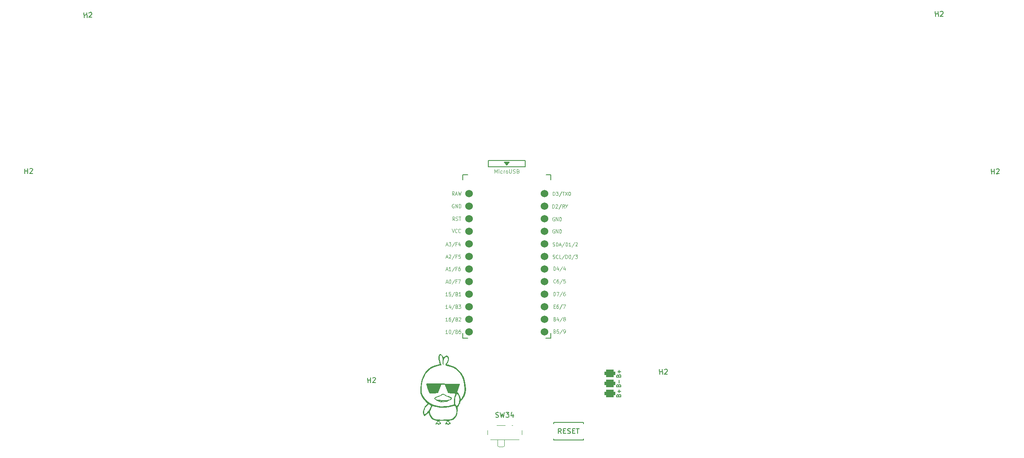
<source format=gbr>
%TF.GenerationSoftware,KiCad,Pcbnew,7.0.2*%
%TF.CreationDate,2023-05-29T21:35:39+02:00*%
%TF.ProjectId,Bolbol,426f6c62-6f6c-42e6-9b69-6361645f7063,rev?*%
%TF.SameCoordinates,Original*%
%TF.FileFunction,Legend,Top*%
%TF.FilePolarity,Positive*%
%FSLAX46Y46*%
G04 Gerber Fmt 4.6, Leading zero omitted, Abs format (unit mm)*
G04 Created by KiCad (PCBNEW 7.0.2) date 2023-05-29 21:35:39*
%MOMM*%
%LPD*%
G01*
G04 APERTURE LIST*
G04 Aperture macros list*
%AMRoundRect*
0 Rectangle with rounded corners*
0 $1 Rounding radius*
0 $2 $3 $4 $5 $6 $7 $8 $9 X,Y pos of 4 corners*
0 Add a 4 corners polygon primitive as box body*
4,1,4,$2,$3,$4,$5,$6,$7,$8,$9,$2,$3,0*
0 Add four circle primitives for the rounded corners*
1,1,$1+$1,$2,$3*
1,1,$1+$1,$4,$5*
1,1,$1+$1,$6,$7*
1,1,$1+$1,$8,$9*
0 Add four rect primitives between the rounded corners*
20,1,$1+$1,$2,$3,$4,$5,0*
20,1,$1+$1,$4,$5,$6,$7,0*
20,1,$1+$1,$6,$7,$8,$9,0*
20,1,$1+$1,$8,$9,$2,$3,0*%
G04 Aperture macros list end*
%ADD10C,0.150000*%
%ADD11C,0.125000*%
%ADD12C,0.120000*%
%ADD13C,2.000000*%
%ADD14C,1.524000*%
%ADD15RoundRect,0.375000X0.750000X-0.375000X0.750000X0.375000X-0.750000X0.375000X-0.750000X-0.375000X0*%
%ADD16C,1.701800*%
%ADD17C,3.000000*%
%ADD18C,3.429000*%
%ADD19C,4.500000*%
%ADD20R,1.000000X0.800000*%
%ADD21C,0.900000*%
%ADD22R,0.700000X1.500000*%
G04 APERTURE END LIST*
D10*
%TO.C,H2*%
X123556098Y-110686629D02*
X123521199Y-109687238D01*
X123537817Y-110163138D02*
X124108898Y-110143196D01*
X124127179Y-110666686D02*
X124092279Y-109667295D01*
X124523913Y-109747519D02*
X124569841Y-109698267D01*
X124569841Y-109698267D02*
X124663359Y-109647353D01*
X124663359Y-109647353D02*
X124901310Y-109639043D01*
X124901310Y-109639043D02*
X124998152Y-109683310D01*
X124998152Y-109683310D02*
X125047404Y-109729238D01*
X125047404Y-109729238D02*
X125098317Y-109822756D01*
X125098317Y-109822756D02*
X125101641Y-109917936D01*
X125101641Y-109917936D02*
X125059037Y-110062368D01*
X125059037Y-110062368D02*
X124507899Y-110653391D01*
X124507899Y-110653391D02*
X125126569Y-110631787D01*
X66253698Y-36899629D02*
X66218799Y-35900238D01*
X66235417Y-36376138D02*
X66806498Y-36356196D01*
X66824779Y-36879686D02*
X66789879Y-35880295D01*
X67221513Y-35960519D02*
X67267441Y-35911267D01*
X67267441Y-35911267D02*
X67360959Y-35860353D01*
X67360959Y-35860353D02*
X67598910Y-35852043D01*
X67598910Y-35852043D02*
X67695752Y-35896310D01*
X67695752Y-35896310D02*
X67745004Y-35942238D01*
X67745004Y-35942238D02*
X67795917Y-36035756D01*
X67795917Y-36035756D02*
X67799241Y-36130936D01*
X67799241Y-36130936D02*
X67756637Y-36275368D01*
X67756637Y-36275368D02*
X67205499Y-36866391D01*
X67205499Y-36866391D02*
X67824169Y-36844787D01*
X249540098Y-68497229D02*
X249505199Y-67497838D01*
X249521817Y-67973738D02*
X250092898Y-67953796D01*
X250111179Y-68477286D02*
X250076279Y-67477895D01*
X250507913Y-67558119D02*
X250553841Y-67508867D01*
X250553841Y-67508867D02*
X250647359Y-67457953D01*
X250647359Y-67457953D02*
X250885310Y-67449643D01*
X250885310Y-67449643D02*
X250982152Y-67493910D01*
X250982152Y-67493910D02*
X251031404Y-67539838D01*
X251031404Y-67539838D02*
X251082317Y-67633356D01*
X251082317Y-67633356D02*
X251085641Y-67728536D01*
X251085641Y-67728536D02*
X251043037Y-67872968D01*
X251043037Y-67872968D02*
X250491899Y-68463991D01*
X250491899Y-68463991D02*
X251110569Y-68442387D01*
%TO.C,SW33*%
X162627486Y-120937099D02*
X162294153Y-120460908D01*
X162056058Y-120937099D02*
X162056058Y-119937099D01*
X162056058Y-119937099D02*
X162437010Y-119937099D01*
X162437010Y-119937099D02*
X162532248Y-119984718D01*
X162532248Y-119984718D02*
X162579867Y-120032337D01*
X162579867Y-120032337D02*
X162627486Y-120127575D01*
X162627486Y-120127575D02*
X162627486Y-120270432D01*
X162627486Y-120270432D02*
X162579867Y-120365670D01*
X162579867Y-120365670D02*
X162532248Y-120413289D01*
X162532248Y-120413289D02*
X162437010Y-120460908D01*
X162437010Y-120460908D02*
X162056058Y-120460908D01*
X163056058Y-120413289D02*
X163389391Y-120413289D01*
X163532248Y-120937099D02*
X163056058Y-120937099D01*
X163056058Y-120937099D02*
X163056058Y-119937099D01*
X163056058Y-119937099D02*
X163532248Y-119937099D01*
X163913201Y-120889480D02*
X164056058Y-120937099D01*
X164056058Y-120937099D02*
X164294153Y-120937099D01*
X164294153Y-120937099D02*
X164389391Y-120889480D01*
X164389391Y-120889480D02*
X164437010Y-120841860D01*
X164437010Y-120841860D02*
X164484629Y-120746622D01*
X164484629Y-120746622D02*
X164484629Y-120651384D01*
X164484629Y-120651384D02*
X164437010Y-120556146D01*
X164437010Y-120556146D02*
X164389391Y-120508527D01*
X164389391Y-120508527D02*
X164294153Y-120460908D01*
X164294153Y-120460908D02*
X164103677Y-120413289D01*
X164103677Y-120413289D02*
X164008439Y-120365670D01*
X164008439Y-120365670D02*
X163960820Y-120318051D01*
X163960820Y-120318051D02*
X163913201Y-120222813D01*
X163913201Y-120222813D02*
X163913201Y-120127575D01*
X163913201Y-120127575D02*
X163960820Y-120032337D01*
X163960820Y-120032337D02*
X164008439Y-119984718D01*
X164008439Y-119984718D02*
X164103677Y-119937099D01*
X164103677Y-119937099D02*
X164341772Y-119937099D01*
X164341772Y-119937099D02*
X164484629Y-119984718D01*
X164913201Y-120413289D02*
X165246534Y-120413289D01*
X165389391Y-120937099D02*
X164913201Y-120937099D01*
X164913201Y-120937099D02*
X164913201Y-119937099D01*
X164913201Y-119937099D02*
X165389391Y-119937099D01*
X165675106Y-119937099D02*
X166246534Y-119937099D01*
X165960820Y-120937099D02*
X165960820Y-119937099D01*
%TO.C,SW34*%
X149385522Y-117616462D02*
X149528379Y-117664081D01*
X149528379Y-117664081D02*
X149766474Y-117664081D01*
X149766474Y-117664081D02*
X149861712Y-117616462D01*
X149861712Y-117616462D02*
X149909331Y-117568842D01*
X149909331Y-117568842D02*
X149956950Y-117473604D01*
X149956950Y-117473604D02*
X149956950Y-117378366D01*
X149956950Y-117378366D02*
X149909331Y-117283128D01*
X149909331Y-117283128D02*
X149861712Y-117235509D01*
X149861712Y-117235509D02*
X149766474Y-117187890D01*
X149766474Y-117187890D02*
X149575998Y-117140271D01*
X149575998Y-117140271D02*
X149480760Y-117092652D01*
X149480760Y-117092652D02*
X149433141Y-117045033D01*
X149433141Y-117045033D02*
X149385522Y-116949795D01*
X149385522Y-116949795D02*
X149385522Y-116854557D01*
X149385522Y-116854557D02*
X149433141Y-116759319D01*
X149433141Y-116759319D02*
X149480760Y-116711700D01*
X149480760Y-116711700D02*
X149575998Y-116664081D01*
X149575998Y-116664081D02*
X149814093Y-116664081D01*
X149814093Y-116664081D02*
X149956950Y-116711700D01*
X150290284Y-116664081D02*
X150528379Y-117664081D01*
X150528379Y-117664081D02*
X150718855Y-116949795D01*
X150718855Y-116949795D02*
X150909331Y-117664081D01*
X150909331Y-117664081D02*
X151147427Y-116664081D01*
X151433141Y-116664081D02*
X152052188Y-116664081D01*
X152052188Y-116664081D02*
X151718855Y-117045033D01*
X151718855Y-117045033D02*
X151861712Y-117045033D01*
X151861712Y-117045033D02*
X151956950Y-117092652D01*
X151956950Y-117092652D02*
X152004569Y-117140271D01*
X152004569Y-117140271D02*
X152052188Y-117235509D01*
X152052188Y-117235509D02*
X152052188Y-117473604D01*
X152052188Y-117473604D02*
X152004569Y-117568842D01*
X152004569Y-117568842D02*
X151956950Y-117616462D01*
X151956950Y-117616462D02*
X151861712Y-117664081D01*
X151861712Y-117664081D02*
X151575998Y-117664081D01*
X151575998Y-117664081D02*
X151480760Y-117616462D01*
X151480760Y-117616462D02*
X151433141Y-117568842D01*
X152909331Y-116997414D02*
X152909331Y-117664081D01*
X152671236Y-116616462D02*
X152433141Y-117330747D01*
X152433141Y-117330747D02*
X153052188Y-117330747D01*
%TO.C,H2*%
X54290298Y-68446429D02*
X54255399Y-67447038D01*
X54272017Y-67922938D02*
X54843098Y-67902996D01*
X54861379Y-68426486D02*
X54826479Y-67427095D01*
X55258113Y-67507319D02*
X55304041Y-67458067D01*
X55304041Y-67458067D02*
X55397559Y-67407153D01*
X55397559Y-67407153D02*
X55635510Y-67398843D01*
X55635510Y-67398843D02*
X55732352Y-67443110D01*
X55732352Y-67443110D02*
X55781604Y-67489038D01*
X55781604Y-67489038D02*
X55832517Y-67582556D01*
X55832517Y-67582556D02*
X55835841Y-67677736D01*
X55835841Y-67677736D02*
X55793237Y-67822168D01*
X55793237Y-67822168D02*
X55242099Y-68413191D01*
X55242099Y-68413191D02*
X55860769Y-68391587D01*
D11*
%TO.C,U1*%
X161297679Y-100300586D02*
X161393393Y-100336300D01*
X161393393Y-100336300D02*
X161425298Y-100372014D01*
X161425298Y-100372014D02*
X161457202Y-100443443D01*
X161457202Y-100443443D02*
X161457202Y-100550586D01*
X161457202Y-100550586D02*
X161425298Y-100622014D01*
X161425298Y-100622014D02*
X161393393Y-100657729D01*
X161393393Y-100657729D02*
X161329583Y-100693443D01*
X161329583Y-100693443D02*
X161074345Y-100693443D01*
X161074345Y-100693443D02*
X161074345Y-99943443D01*
X161074345Y-99943443D02*
X161297679Y-99943443D01*
X161297679Y-99943443D02*
X161361488Y-99979157D01*
X161361488Y-99979157D02*
X161393393Y-100014871D01*
X161393393Y-100014871D02*
X161425298Y-100086300D01*
X161425298Y-100086300D02*
X161425298Y-100157729D01*
X161425298Y-100157729D02*
X161393393Y-100229157D01*
X161393393Y-100229157D02*
X161361488Y-100264871D01*
X161361488Y-100264871D02*
X161297679Y-100300586D01*
X161297679Y-100300586D02*
X161074345Y-100300586D01*
X162063393Y-99943443D02*
X161744345Y-99943443D01*
X161744345Y-99943443D02*
X161712441Y-100300586D01*
X161712441Y-100300586D02*
X161744345Y-100264871D01*
X161744345Y-100264871D02*
X161808155Y-100229157D01*
X161808155Y-100229157D02*
X161967679Y-100229157D01*
X161967679Y-100229157D02*
X162031488Y-100264871D01*
X162031488Y-100264871D02*
X162063393Y-100300586D01*
X162063393Y-100300586D02*
X162095298Y-100372014D01*
X162095298Y-100372014D02*
X162095298Y-100550586D01*
X162095298Y-100550586D02*
X162063393Y-100622014D01*
X162063393Y-100622014D02*
X162031488Y-100657729D01*
X162031488Y-100657729D02*
X161967679Y-100693443D01*
X161967679Y-100693443D02*
X161808155Y-100693443D01*
X161808155Y-100693443D02*
X161744345Y-100657729D01*
X161744345Y-100657729D02*
X161712441Y-100622014D01*
X162861012Y-99907729D02*
X162286726Y-100872014D01*
X163116250Y-100693443D02*
X163243869Y-100693443D01*
X163243869Y-100693443D02*
X163307679Y-100657729D01*
X163307679Y-100657729D02*
X163339583Y-100622014D01*
X163339583Y-100622014D02*
X163403393Y-100514871D01*
X163403393Y-100514871D02*
X163435298Y-100372014D01*
X163435298Y-100372014D02*
X163435298Y-100086300D01*
X163435298Y-100086300D02*
X163403393Y-100014871D01*
X163403393Y-100014871D02*
X163371488Y-99979157D01*
X163371488Y-99979157D02*
X163307679Y-99943443D01*
X163307679Y-99943443D02*
X163180060Y-99943443D01*
X163180060Y-99943443D02*
X163116250Y-99979157D01*
X163116250Y-99979157D02*
X163084345Y-100014871D01*
X163084345Y-100014871D02*
X163052441Y-100086300D01*
X163052441Y-100086300D02*
X163052441Y-100264871D01*
X163052441Y-100264871D02*
X163084345Y-100336300D01*
X163084345Y-100336300D02*
X163116250Y-100372014D01*
X163116250Y-100372014D02*
X163180060Y-100407729D01*
X163180060Y-100407729D02*
X163307679Y-100407729D01*
X163307679Y-100407729D02*
X163371488Y-100372014D01*
X163371488Y-100372014D02*
X163403393Y-100336300D01*
X163403393Y-100336300D02*
X163435298Y-100264871D01*
X161074345Y-87993443D02*
X161074345Y-87243443D01*
X161074345Y-87243443D02*
X161233869Y-87243443D01*
X161233869Y-87243443D02*
X161329583Y-87279157D01*
X161329583Y-87279157D02*
X161393393Y-87350586D01*
X161393393Y-87350586D02*
X161425298Y-87422014D01*
X161425298Y-87422014D02*
X161457202Y-87564871D01*
X161457202Y-87564871D02*
X161457202Y-87672014D01*
X161457202Y-87672014D02*
X161425298Y-87814871D01*
X161425298Y-87814871D02*
X161393393Y-87886300D01*
X161393393Y-87886300D02*
X161329583Y-87957729D01*
X161329583Y-87957729D02*
X161233869Y-87993443D01*
X161233869Y-87993443D02*
X161074345Y-87993443D01*
X162031488Y-87493443D02*
X162031488Y-87993443D01*
X161871964Y-87207729D02*
X161712441Y-87743443D01*
X161712441Y-87743443D02*
X162127202Y-87743443D01*
X162861012Y-87207729D02*
X162286726Y-88172014D01*
X163371488Y-87493443D02*
X163371488Y-87993443D01*
X163211964Y-87207729D02*
X163052441Y-87743443D01*
X163052441Y-87743443D02*
X163467202Y-87743443D01*
X140545535Y-79593443D02*
X140768868Y-80343443D01*
X140768868Y-80343443D02*
X140992202Y-79593443D01*
X141598392Y-80272014D02*
X141566488Y-80307729D01*
X141566488Y-80307729D02*
X141470773Y-80343443D01*
X141470773Y-80343443D02*
X141406964Y-80343443D01*
X141406964Y-80343443D02*
X141311250Y-80307729D01*
X141311250Y-80307729D02*
X141247440Y-80236300D01*
X141247440Y-80236300D02*
X141215535Y-80164871D01*
X141215535Y-80164871D02*
X141183631Y-80022014D01*
X141183631Y-80022014D02*
X141183631Y-79914871D01*
X141183631Y-79914871D02*
X141215535Y-79772014D01*
X141215535Y-79772014D02*
X141247440Y-79700586D01*
X141247440Y-79700586D02*
X141311250Y-79629157D01*
X141311250Y-79629157D02*
X141406964Y-79593443D01*
X141406964Y-79593443D02*
X141470773Y-79593443D01*
X141470773Y-79593443D02*
X141566488Y-79629157D01*
X141566488Y-79629157D02*
X141598392Y-79664871D01*
X142268392Y-80272014D02*
X142236488Y-80307729D01*
X142236488Y-80307729D02*
X142140773Y-80343443D01*
X142140773Y-80343443D02*
X142076964Y-80343443D01*
X142076964Y-80343443D02*
X141981250Y-80307729D01*
X141981250Y-80307729D02*
X141917440Y-80236300D01*
X141917440Y-80236300D02*
X141885535Y-80164871D01*
X141885535Y-80164871D02*
X141853631Y-80022014D01*
X141853631Y-80022014D02*
X141853631Y-79914871D01*
X141853631Y-79914871D02*
X141885535Y-79772014D01*
X141885535Y-79772014D02*
X141917440Y-79700586D01*
X141917440Y-79700586D02*
X141981250Y-79629157D01*
X141981250Y-79629157D02*
X142076964Y-79593443D01*
X142076964Y-79593443D02*
X142140773Y-79593443D01*
X142140773Y-79593443D02*
X142236488Y-79629157D01*
X142236488Y-79629157D02*
X142268392Y-79664871D01*
X139656250Y-100743443D02*
X139273393Y-100743443D01*
X139464821Y-100743443D02*
X139464821Y-99993443D01*
X139464821Y-99993443D02*
X139401012Y-100100586D01*
X139401012Y-100100586D02*
X139337202Y-100172014D01*
X139337202Y-100172014D02*
X139273393Y-100207729D01*
X140071011Y-99993443D02*
X140134821Y-99993443D01*
X140134821Y-99993443D02*
X140198630Y-100029157D01*
X140198630Y-100029157D02*
X140230535Y-100064871D01*
X140230535Y-100064871D02*
X140262440Y-100136300D01*
X140262440Y-100136300D02*
X140294345Y-100279157D01*
X140294345Y-100279157D02*
X140294345Y-100457729D01*
X140294345Y-100457729D02*
X140262440Y-100600586D01*
X140262440Y-100600586D02*
X140230535Y-100672014D01*
X140230535Y-100672014D02*
X140198630Y-100707729D01*
X140198630Y-100707729D02*
X140134821Y-100743443D01*
X140134821Y-100743443D02*
X140071011Y-100743443D01*
X140071011Y-100743443D02*
X140007202Y-100707729D01*
X140007202Y-100707729D02*
X139975297Y-100672014D01*
X139975297Y-100672014D02*
X139943392Y-100600586D01*
X139943392Y-100600586D02*
X139911488Y-100457729D01*
X139911488Y-100457729D02*
X139911488Y-100279157D01*
X139911488Y-100279157D02*
X139943392Y-100136300D01*
X139943392Y-100136300D02*
X139975297Y-100064871D01*
X139975297Y-100064871D02*
X140007202Y-100029157D01*
X140007202Y-100029157D02*
X140071011Y-99993443D01*
X141060059Y-99957729D02*
X140485773Y-100922014D01*
X141506726Y-100350586D02*
X141602440Y-100386300D01*
X141602440Y-100386300D02*
X141634345Y-100422014D01*
X141634345Y-100422014D02*
X141666249Y-100493443D01*
X141666249Y-100493443D02*
X141666249Y-100600586D01*
X141666249Y-100600586D02*
X141634345Y-100672014D01*
X141634345Y-100672014D02*
X141602440Y-100707729D01*
X141602440Y-100707729D02*
X141538630Y-100743443D01*
X141538630Y-100743443D02*
X141283392Y-100743443D01*
X141283392Y-100743443D02*
X141283392Y-99993443D01*
X141283392Y-99993443D02*
X141506726Y-99993443D01*
X141506726Y-99993443D02*
X141570535Y-100029157D01*
X141570535Y-100029157D02*
X141602440Y-100064871D01*
X141602440Y-100064871D02*
X141634345Y-100136300D01*
X141634345Y-100136300D02*
X141634345Y-100207729D01*
X141634345Y-100207729D02*
X141602440Y-100279157D01*
X141602440Y-100279157D02*
X141570535Y-100314871D01*
X141570535Y-100314871D02*
X141506726Y-100350586D01*
X141506726Y-100350586D02*
X141283392Y-100350586D01*
X142240535Y-99993443D02*
X142112916Y-99993443D01*
X142112916Y-99993443D02*
X142049107Y-100029157D01*
X142049107Y-100029157D02*
X142017202Y-100064871D01*
X142017202Y-100064871D02*
X141953392Y-100172014D01*
X141953392Y-100172014D02*
X141921488Y-100314871D01*
X141921488Y-100314871D02*
X141921488Y-100600586D01*
X141921488Y-100600586D02*
X141953392Y-100672014D01*
X141953392Y-100672014D02*
X141985297Y-100707729D01*
X141985297Y-100707729D02*
X142049107Y-100743443D01*
X142049107Y-100743443D02*
X142176726Y-100743443D01*
X142176726Y-100743443D02*
X142240535Y-100707729D01*
X142240535Y-100707729D02*
X142272440Y-100672014D01*
X142272440Y-100672014D02*
X142304345Y-100600586D01*
X142304345Y-100600586D02*
X142304345Y-100422014D01*
X142304345Y-100422014D02*
X142272440Y-100350586D01*
X142272440Y-100350586D02*
X142240535Y-100314871D01*
X142240535Y-100314871D02*
X142176726Y-100279157D01*
X142176726Y-100279157D02*
X142049107Y-100279157D01*
X142049107Y-100279157D02*
X141985297Y-100314871D01*
X141985297Y-100314871D02*
X141953392Y-100350586D01*
X141953392Y-100350586D02*
X141921488Y-100422014D01*
X139353155Y-90379157D02*
X139672202Y-90379157D01*
X139289345Y-90593443D02*
X139512678Y-89843443D01*
X139512678Y-89843443D02*
X139736012Y-90593443D01*
X140086964Y-89843443D02*
X140150774Y-89843443D01*
X140150774Y-89843443D02*
X140214583Y-89879157D01*
X140214583Y-89879157D02*
X140246488Y-89914871D01*
X140246488Y-89914871D02*
X140278393Y-89986300D01*
X140278393Y-89986300D02*
X140310298Y-90129157D01*
X140310298Y-90129157D02*
X140310298Y-90307729D01*
X140310298Y-90307729D02*
X140278393Y-90450586D01*
X140278393Y-90450586D02*
X140246488Y-90522014D01*
X140246488Y-90522014D02*
X140214583Y-90557729D01*
X140214583Y-90557729D02*
X140150774Y-90593443D01*
X140150774Y-90593443D02*
X140086964Y-90593443D01*
X140086964Y-90593443D02*
X140023155Y-90557729D01*
X140023155Y-90557729D02*
X139991250Y-90522014D01*
X139991250Y-90522014D02*
X139959345Y-90450586D01*
X139959345Y-90450586D02*
X139927441Y-90307729D01*
X139927441Y-90307729D02*
X139927441Y-90129157D01*
X139927441Y-90129157D02*
X139959345Y-89986300D01*
X139959345Y-89986300D02*
X139991250Y-89914871D01*
X139991250Y-89914871D02*
X140023155Y-89879157D01*
X140023155Y-89879157D02*
X140086964Y-89843443D01*
X141076012Y-89807729D02*
X140501726Y-90772014D01*
X141522679Y-90200586D02*
X141299345Y-90200586D01*
X141299345Y-90593443D02*
X141299345Y-89843443D01*
X141299345Y-89843443D02*
X141618393Y-89843443D01*
X141809822Y-89843443D02*
X142256488Y-89843443D01*
X142256488Y-89843443D02*
X141969346Y-90593443D01*
X161297679Y-97800586D02*
X161393393Y-97836300D01*
X161393393Y-97836300D02*
X161425298Y-97872014D01*
X161425298Y-97872014D02*
X161457202Y-97943443D01*
X161457202Y-97943443D02*
X161457202Y-98050586D01*
X161457202Y-98050586D02*
X161425298Y-98122014D01*
X161425298Y-98122014D02*
X161393393Y-98157729D01*
X161393393Y-98157729D02*
X161329583Y-98193443D01*
X161329583Y-98193443D02*
X161074345Y-98193443D01*
X161074345Y-98193443D02*
X161074345Y-97443443D01*
X161074345Y-97443443D02*
X161297679Y-97443443D01*
X161297679Y-97443443D02*
X161361488Y-97479157D01*
X161361488Y-97479157D02*
X161393393Y-97514871D01*
X161393393Y-97514871D02*
X161425298Y-97586300D01*
X161425298Y-97586300D02*
X161425298Y-97657729D01*
X161425298Y-97657729D02*
X161393393Y-97729157D01*
X161393393Y-97729157D02*
X161361488Y-97764871D01*
X161361488Y-97764871D02*
X161297679Y-97800586D01*
X161297679Y-97800586D02*
X161074345Y-97800586D01*
X162031488Y-97693443D02*
X162031488Y-98193443D01*
X161871964Y-97407729D02*
X161712441Y-97943443D01*
X161712441Y-97943443D02*
X162127202Y-97943443D01*
X162861012Y-97407729D02*
X162286726Y-98372014D01*
X163180060Y-97764871D02*
X163116250Y-97729157D01*
X163116250Y-97729157D02*
X163084345Y-97693443D01*
X163084345Y-97693443D02*
X163052441Y-97622014D01*
X163052441Y-97622014D02*
X163052441Y-97586300D01*
X163052441Y-97586300D02*
X163084345Y-97514871D01*
X163084345Y-97514871D02*
X163116250Y-97479157D01*
X163116250Y-97479157D02*
X163180060Y-97443443D01*
X163180060Y-97443443D02*
X163307679Y-97443443D01*
X163307679Y-97443443D02*
X163371488Y-97479157D01*
X163371488Y-97479157D02*
X163403393Y-97514871D01*
X163403393Y-97514871D02*
X163435298Y-97586300D01*
X163435298Y-97586300D02*
X163435298Y-97622014D01*
X163435298Y-97622014D02*
X163403393Y-97693443D01*
X163403393Y-97693443D02*
X163371488Y-97729157D01*
X163371488Y-97729157D02*
X163307679Y-97764871D01*
X163307679Y-97764871D02*
X163180060Y-97764871D01*
X163180060Y-97764871D02*
X163116250Y-97800586D01*
X163116250Y-97800586D02*
X163084345Y-97836300D01*
X163084345Y-97836300D02*
X163052441Y-97907729D01*
X163052441Y-97907729D02*
X163052441Y-98050586D01*
X163052441Y-98050586D02*
X163084345Y-98122014D01*
X163084345Y-98122014D02*
X163116250Y-98157729D01*
X163116250Y-98157729D02*
X163180060Y-98193443D01*
X163180060Y-98193443D02*
X163307679Y-98193443D01*
X163307679Y-98193443D02*
X163371488Y-98157729D01*
X163371488Y-98157729D02*
X163403393Y-98122014D01*
X163403393Y-98122014D02*
X163435298Y-98050586D01*
X163435298Y-98050586D02*
X163435298Y-97907729D01*
X163435298Y-97907729D02*
X163403393Y-97836300D01*
X163403393Y-97836300D02*
X163371488Y-97800586D01*
X163371488Y-97800586D02*
X163307679Y-97764871D01*
X161228393Y-77279157D02*
X161164583Y-77243443D01*
X161164583Y-77243443D02*
X161068869Y-77243443D01*
X161068869Y-77243443D02*
X160973155Y-77279157D01*
X160973155Y-77279157D02*
X160909345Y-77350586D01*
X160909345Y-77350586D02*
X160877440Y-77422014D01*
X160877440Y-77422014D02*
X160845536Y-77564871D01*
X160845536Y-77564871D02*
X160845536Y-77672014D01*
X160845536Y-77672014D02*
X160877440Y-77814871D01*
X160877440Y-77814871D02*
X160909345Y-77886300D01*
X160909345Y-77886300D02*
X160973155Y-77957729D01*
X160973155Y-77957729D02*
X161068869Y-77993443D01*
X161068869Y-77993443D02*
X161132678Y-77993443D01*
X161132678Y-77993443D02*
X161228393Y-77957729D01*
X161228393Y-77957729D02*
X161260297Y-77922014D01*
X161260297Y-77922014D02*
X161260297Y-77672014D01*
X161260297Y-77672014D02*
X161132678Y-77672014D01*
X161547440Y-77993443D02*
X161547440Y-77243443D01*
X161547440Y-77243443D02*
X161930297Y-77993443D01*
X161930297Y-77993443D02*
X161930297Y-77243443D01*
X162249345Y-77993443D02*
X162249345Y-77243443D01*
X162249345Y-77243443D02*
X162408869Y-77243443D01*
X162408869Y-77243443D02*
X162504583Y-77279157D01*
X162504583Y-77279157D02*
X162568393Y-77350586D01*
X162568393Y-77350586D02*
X162600298Y-77422014D01*
X162600298Y-77422014D02*
X162632202Y-77564871D01*
X162632202Y-77564871D02*
X162632202Y-77672014D01*
X162632202Y-77672014D02*
X162600298Y-77814871D01*
X162600298Y-77814871D02*
X162568393Y-77886300D01*
X162568393Y-77886300D02*
X162504583Y-77957729D01*
X162504583Y-77957729D02*
X162408869Y-77993443D01*
X162408869Y-77993443D02*
X162249345Y-77993443D01*
X139656250Y-95693443D02*
X139273393Y-95693443D01*
X139464821Y-95693443D02*
X139464821Y-94943443D01*
X139464821Y-94943443D02*
X139401012Y-95050586D01*
X139401012Y-95050586D02*
X139337202Y-95122014D01*
X139337202Y-95122014D02*
X139273393Y-95157729D01*
X140230535Y-95193443D02*
X140230535Y-95693443D01*
X140071011Y-94907729D02*
X139911488Y-95443443D01*
X139911488Y-95443443D02*
X140326249Y-95443443D01*
X141060059Y-94907729D02*
X140485773Y-95872014D01*
X141506726Y-95300586D02*
X141602440Y-95336300D01*
X141602440Y-95336300D02*
X141634345Y-95372014D01*
X141634345Y-95372014D02*
X141666249Y-95443443D01*
X141666249Y-95443443D02*
X141666249Y-95550586D01*
X141666249Y-95550586D02*
X141634345Y-95622014D01*
X141634345Y-95622014D02*
X141602440Y-95657729D01*
X141602440Y-95657729D02*
X141538630Y-95693443D01*
X141538630Y-95693443D02*
X141283392Y-95693443D01*
X141283392Y-95693443D02*
X141283392Y-94943443D01*
X141283392Y-94943443D02*
X141506726Y-94943443D01*
X141506726Y-94943443D02*
X141570535Y-94979157D01*
X141570535Y-94979157D02*
X141602440Y-95014871D01*
X141602440Y-95014871D02*
X141634345Y-95086300D01*
X141634345Y-95086300D02*
X141634345Y-95157729D01*
X141634345Y-95157729D02*
X141602440Y-95229157D01*
X141602440Y-95229157D02*
X141570535Y-95264871D01*
X141570535Y-95264871D02*
X141506726Y-95300586D01*
X141506726Y-95300586D02*
X141283392Y-95300586D01*
X141889583Y-94943443D02*
X142304345Y-94943443D01*
X142304345Y-94943443D02*
X142081011Y-95229157D01*
X142081011Y-95229157D02*
X142176726Y-95229157D01*
X142176726Y-95229157D02*
X142240535Y-95264871D01*
X142240535Y-95264871D02*
X142272440Y-95300586D01*
X142272440Y-95300586D02*
X142304345Y-95372014D01*
X142304345Y-95372014D02*
X142304345Y-95550586D01*
X142304345Y-95550586D02*
X142272440Y-95622014D01*
X142272440Y-95622014D02*
X142240535Y-95657729D01*
X142240535Y-95657729D02*
X142176726Y-95693443D01*
X142176726Y-95693443D02*
X141985297Y-95693443D01*
X141985297Y-95693443D02*
X141921488Y-95657729D01*
X141921488Y-95657729D02*
X141889583Y-95622014D01*
X140976249Y-72793443D02*
X140752916Y-72436300D01*
X140593392Y-72793443D02*
X140593392Y-72043443D01*
X140593392Y-72043443D02*
X140848630Y-72043443D01*
X140848630Y-72043443D02*
X140912440Y-72079157D01*
X140912440Y-72079157D02*
X140944345Y-72114871D01*
X140944345Y-72114871D02*
X140976249Y-72186300D01*
X140976249Y-72186300D02*
X140976249Y-72293443D01*
X140976249Y-72293443D02*
X140944345Y-72364871D01*
X140944345Y-72364871D02*
X140912440Y-72400586D01*
X140912440Y-72400586D02*
X140848630Y-72436300D01*
X140848630Y-72436300D02*
X140593392Y-72436300D01*
X141231488Y-72579157D02*
X141550535Y-72579157D01*
X141167678Y-72793443D02*
X141391011Y-72043443D01*
X141391011Y-72043443D02*
X141614345Y-72793443D01*
X141773869Y-72043443D02*
X141933393Y-72793443D01*
X141933393Y-72793443D02*
X142061012Y-72257729D01*
X142061012Y-72257729D02*
X142188631Y-72793443D01*
X142188631Y-72793443D02*
X142348155Y-72043443D01*
X139656250Y-98243443D02*
X139273393Y-98243443D01*
X139464821Y-98243443D02*
X139464821Y-97493443D01*
X139464821Y-97493443D02*
X139401012Y-97600586D01*
X139401012Y-97600586D02*
X139337202Y-97672014D01*
X139337202Y-97672014D02*
X139273393Y-97707729D01*
X140230535Y-97493443D02*
X140102916Y-97493443D01*
X140102916Y-97493443D02*
X140039107Y-97529157D01*
X140039107Y-97529157D02*
X140007202Y-97564871D01*
X140007202Y-97564871D02*
X139943392Y-97672014D01*
X139943392Y-97672014D02*
X139911488Y-97814871D01*
X139911488Y-97814871D02*
X139911488Y-98100586D01*
X139911488Y-98100586D02*
X139943392Y-98172014D01*
X139943392Y-98172014D02*
X139975297Y-98207729D01*
X139975297Y-98207729D02*
X140039107Y-98243443D01*
X140039107Y-98243443D02*
X140166726Y-98243443D01*
X140166726Y-98243443D02*
X140230535Y-98207729D01*
X140230535Y-98207729D02*
X140262440Y-98172014D01*
X140262440Y-98172014D02*
X140294345Y-98100586D01*
X140294345Y-98100586D02*
X140294345Y-97922014D01*
X140294345Y-97922014D02*
X140262440Y-97850586D01*
X140262440Y-97850586D02*
X140230535Y-97814871D01*
X140230535Y-97814871D02*
X140166726Y-97779157D01*
X140166726Y-97779157D02*
X140039107Y-97779157D01*
X140039107Y-97779157D02*
X139975297Y-97814871D01*
X139975297Y-97814871D02*
X139943392Y-97850586D01*
X139943392Y-97850586D02*
X139911488Y-97922014D01*
X141060059Y-97457729D02*
X140485773Y-98422014D01*
X141506726Y-97850586D02*
X141602440Y-97886300D01*
X141602440Y-97886300D02*
X141634345Y-97922014D01*
X141634345Y-97922014D02*
X141666249Y-97993443D01*
X141666249Y-97993443D02*
X141666249Y-98100586D01*
X141666249Y-98100586D02*
X141634345Y-98172014D01*
X141634345Y-98172014D02*
X141602440Y-98207729D01*
X141602440Y-98207729D02*
X141538630Y-98243443D01*
X141538630Y-98243443D02*
X141283392Y-98243443D01*
X141283392Y-98243443D02*
X141283392Y-97493443D01*
X141283392Y-97493443D02*
X141506726Y-97493443D01*
X141506726Y-97493443D02*
X141570535Y-97529157D01*
X141570535Y-97529157D02*
X141602440Y-97564871D01*
X141602440Y-97564871D02*
X141634345Y-97636300D01*
X141634345Y-97636300D02*
X141634345Y-97707729D01*
X141634345Y-97707729D02*
X141602440Y-97779157D01*
X141602440Y-97779157D02*
X141570535Y-97814871D01*
X141570535Y-97814871D02*
X141506726Y-97850586D01*
X141506726Y-97850586D02*
X141283392Y-97850586D01*
X141921488Y-97564871D02*
X141953392Y-97529157D01*
X141953392Y-97529157D02*
X142017202Y-97493443D01*
X142017202Y-97493443D02*
X142176726Y-97493443D01*
X142176726Y-97493443D02*
X142240535Y-97529157D01*
X142240535Y-97529157D02*
X142272440Y-97564871D01*
X142272440Y-97564871D02*
X142304345Y-97636300D01*
X142304345Y-97636300D02*
X142304345Y-97707729D01*
X142304345Y-97707729D02*
X142272440Y-97814871D01*
X142272440Y-97814871D02*
X141889583Y-98243443D01*
X141889583Y-98243443D02*
X142304345Y-98243443D01*
D10*
D11*
X139353155Y-85329157D02*
X139672202Y-85329157D01*
X139289345Y-85543443D02*
X139512678Y-84793443D01*
X139512678Y-84793443D02*
X139736012Y-85543443D01*
X139927441Y-84864871D02*
X139959345Y-84829157D01*
X139959345Y-84829157D02*
X140023155Y-84793443D01*
X140023155Y-84793443D02*
X140182679Y-84793443D01*
X140182679Y-84793443D02*
X140246488Y-84829157D01*
X140246488Y-84829157D02*
X140278393Y-84864871D01*
X140278393Y-84864871D02*
X140310298Y-84936300D01*
X140310298Y-84936300D02*
X140310298Y-85007729D01*
X140310298Y-85007729D02*
X140278393Y-85114871D01*
X140278393Y-85114871D02*
X139895536Y-85543443D01*
X139895536Y-85543443D02*
X140310298Y-85543443D01*
X141076012Y-84757729D02*
X140501726Y-85722014D01*
X141522679Y-85150586D02*
X141299345Y-85150586D01*
X141299345Y-85543443D02*
X141299345Y-84793443D01*
X141299345Y-84793443D02*
X141618393Y-84793443D01*
X142192679Y-84793443D02*
X141873631Y-84793443D01*
X141873631Y-84793443D02*
X141841727Y-85150586D01*
X141841727Y-85150586D02*
X141873631Y-85114871D01*
X141873631Y-85114871D02*
X141937441Y-85079157D01*
X141937441Y-85079157D02*
X142096965Y-85079157D01*
X142096965Y-85079157D02*
X142160774Y-85114871D01*
X142160774Y-85114871D02*
X142192679Y-85150586D01*
X142192679Y-85150586D02*
X142224584Y-85222014D01*
X142224584Y-85222014D02*
X142224584Y-85400586D01*
X142224584Y-85400586D02*
X142192679Y-85472014D01*
X142192679Y-85472014D02*
X142160774Y-85507729D01*
X142160774Y-85507729D02*
X142096965Y-85543443D01*
X142096965Y-85543443D02*
X141937441Y-85543443D01*
X141937441Y-85543443D02*
X141873631Y-85507729D01*
X141873631Y-85507729D02*
X141841727Y-85472014D01*
X139353155Y-82829157D02*
X139672202Y-82829157D01*
X139289345Y-83043443D02*
X139512678Y-82293443D01*
X139512678Y-82293443D02*
X139736012Y-83043443D01*
X139895536Y-82293443D02*
X140310298Y-82293443D01*
X140310298Y-82293443D02*
X140086964Y-82579157D01*
X140086964Y-82579157D02*
X140182679Y-82579157D01*
X140182679Y-82579157D02*
X140246488Y-82614871D01*
X140246488Y-82614871D02*
X140278393Y-82650586D01*
X140278393Y-82650586D02*
X140310298Y-82722014D01*
X140310298Y-82722014D02*
X140310298Y-82900586D01*
X140310298Y-82900586D02*
X140278393Y-82972014D01*
X140278393Y-82972014D02*
X140246488Y-83007729D01*
X140246488Y-83007729D02*
X140182679Y-83043443D01*
X140182679Y-83043443D02*
X139991250Y-83043443D01*
X139991250Y-83043443D02*
X139927441Y-83007729D01*
X139927441Y-83007729D02*
X139895536Y-82972014D01*
X141076012Y-82257729D02*
X140501726Y-83222014D01*
X141522679Y-82650586D02*
X141299345Y-82650586D01*
X141299345Y-83043443D02*
X141299345Y-82293443D01*
X141299345Y-82293443D02*
X141618393Y-82293443D01*
X142160774Y-82543443D02*
X142160774Y-83043443D01*
X142001250Y-82257729D02*
X141841727Y-82793443D01*
X141841727Y-82793443D02*
X142256488Y-82793443D01*
X140928393Y-74629157D02*
X140864583Y-74593443D01*
X140864583Y-74593443D02*
X140768869Y-74593443D01*
X140768869Y-74593443D02*
X140673155Y-74629157D01*
X140673155Y-74629157D02*
X140609345Y-74700586D01*
X140609345Y-74700586D02*
X140577440Y-74772014D01*
X140577440Y-74772014D02*
X140545536Y-74914871D01*
X140545536Y-74914871D02*
X140545536Y-75022014D01*
X140545536Y-75022014D02*
X140577440Y-75164871D01*
X140577440Y-75164871D02*
X140609345Y-75236300D01*
X140609345Y-75236300D02*
X140673155Y-75307729D01*
X140673155Y-75307729D02*
X140768869Y-75343443D01*
X140768869Y-75343443D02*
X140832678Y-75343443D01*
X140832678Y-75343443D02*
X140928393Y-75307729D01*
X140928393Y-75307729D02*
X140960297Y-75272014D01*
X140960297Y-75272014D02*
X140960297Y-75022014D01*
X140960297Y-75022014D02*
X140832678Y-75022014D01*
X141247440Y-75343443D02*
X141247440Y-74593443D01*
X141247440Y-74593443D02*
X141630297Y-75343443D01*
X141630297Y-75343443D02*
X141630297Y-74593443D01*
X141949345Y-75343443D02*
X141949345Y-74593443D01*
X141949345Y-74593443D02*
X142108869Y-74593443D01*
X142108869Y-74593443D02*
X142204583Y-74629157D01*
X142204583Y-74629157D02*
X142268393Y-74700586D01*
X142268393Y-74700586D02*
X142300298Y-74772014D01*
X142300298Y-74772014D02*
X142332202Y-74914871D01*
X142332202Y-74914871D02*
X142332202Y-75022014D01*
X142332202Y-75022014D02*
X142300298Y-75164871D01*
X142300298Y-75164871D02*
X142268393Y-75236300D01*
X142268393Y-75236300D02*
X142204583Y-75307729D01*
X142204583Y-75307729D02*
X142108869Y-75343443D01*
X142108869Y-75343443D02*
X141949345Y-75343443D01*
D12*
X149137440Y-68343443D02*
X149137440Y-67593443D01*
X149137440Y-67593443D02*
X149387440Y-68129157D01*
X149387440Y-68129157D02*
X149637440Y-67593443D01*
X149637440Y-67593443D02*
X149637440Y-68343443D01*
X149994583Y-68343443D02*
X149994583Y-67843443D01*
X149994583Y-67593443D02*
X149958869Y-67629157D01*
X149958869Y-67629157D02*
X149994583Y-67664871D01*
X149994583Y-67664871D02*
X150030297Y-67629157D01*
X150030297Y-67629157D02*
X149994583Y-67593443D01*
X149994583Y-67593443D02*
X149994583Y-67664871D01*
X150673155Y-68307729D02*
X150601726Y-68343443D01*
X150601726Y-68343443D02*
X150458869Y-68343443D01*
X150458869Y-68343443D02*
X150387440Y-68307729D01*
X150387440Y-68307729D02*
X150351726Y-68272014D01*
X150351726Y-68272014D02*
X150316012Y-68200586D01*
X150316012Y-68200586D02*
X150316012Y-67986300D01*
X150316012Y-67986300D02*
X150351726Y-67914871D01*
X150351726Y-67914871D02*
X150387440Y-67879157D01*
X150387440Y-67879157D02*
X150458869Y-67843443D01*
X150458869Y-67843443D02*
X150601726Y-67843443D01*
X150601726Y-67843443D02*
X150673155Y-67879157D01*
X150994583Y-68343443D02*
X150994583Y-67843443D01*
X150994583Y-67986300D02*
X151030297Y-67914871D01*
X151030297Y-67914871D02*
X151066012Y-67879157D01*
X151066012Y-67879157D02*
X151137440Y-67843443D01*
X151137440Y-67843443D02*
X151208869Y-67843443D01*
X151566012Y-68343443D02*
X151494583Y-68307729D01*
X151494583Y-68307729D02*
X151458869Y-68272014D01*
X151458869Y-68272014D02*
X151423155Y-68200586D01*
X151423155Y-68200586D02*
X151423155Y-67986300D01*
X151423155Y-67986300D02*
X151458869Y-67914871D01*
X151458869Y-67914871D02*
X151494583Y-67879157D01*
X151494583Y-67879157D02*
X151566012Y-67843443D01*
X151566012Y-67843443D02*
X151673155Y-67843443D01*
X151673155Y-67843443D02*
X151744583Y-67879157D01*
X151744583Y-67879157D02*
X151780298Y-67914871D01*
X151780298Y-67914871D02*
X151816012Y-67986300D01*
X151816012Y-67986300D02*
X151816012Y-68200586D01*
X151816012Y-68200586D02*
X151780298Y-68272014D01*
X151780298Y-68272014D02*
X151744583Y-68307729D01*
X151744583Y-68307729D02*
X151673155Y-68343443D01*
X151673155Y-68343443D02*
X151566012Y-68343443D01*
X152137440Y-67593443D02*
X152137440Y-68200586D01*
X152137440Y-68200586D02*
X152173154Y-68272014D01*
X152173154Y-68272014D02*
X152208869Y-68307729D01*
X152208869Y-68307729D02*
X152280297Y-68343443D01*
X152280297Y-68343443D02*
X152423154Y-68343443D01*
X152423154Y-68343443D02*
X152494583Y-68307729D01*
X152494583Y-68307729D02*
X152530297Y-68272014D01*
X152530297Y-68272014D02*
X152566011Y-68200586D01*
X152566011Y-68200586D02*
X152566011Y-67593443D01*
X152887440Y-68307729D02*
X152994583Y-68343443D01*
X152994583Y-68343443D02*
X153173154Y-68343443D01*
X153173154Y-68343443D02*
X153244583Y-68307729D01*
X153244583Y-68307729D02*
X153280297Y-68272014D01*
X153280297Y-68272014D02*
X153316011Y-68200586D01*
X153316011Y-68200586D02*
X153316011Y-68129157D01*
X153316011Y-68129157D02*
X153280297Y-68057729D01*
X153280297Y-68057729D02*
X153244583Y-68022014D01*
X153244583Y-68022014D02*
X153173154Y-67986300D01*
X153173154Y-67986300D02*
X153030297Y-67950586D01*
X153030297Y-67950586D02*
X152958868Y-67914871D01*
X152958868Y-67914871D02*
X152923154Y-67879157D01*
X152923154Y-67879157D02*
X152887440Y-67807729D01*
X152887440Y-67807729D02*
X152887440Y-67736300D01*
X152887440Y-67736300D02*
X152923154Y-67664871D01*
X152923154Y-67664871D02*
X152958868Y-67629157D01*
X152958868Y-67629157D02*
X153030297Y-67593443D01*
X153030297Y-67593443D02*
X153208868Y-67593443D01*
X153208868Y-67593443D02*
X153316011Y-67629157D01*
X153887440Y-67950586D02*
X153994583Y-67986300D01*
X153994583Y-67986300D02*
X154030297Y-68022014D01*
X154030297Y-68022014D02*
X154066011Y-68093443D01*
X154066011Y-68093443D02*
X154066011Y-68200586D01*
X154066011Y-68200586D02*
X154030297Y-68272014D01*
X154030297Y-68272014D02*
X153994583Y-68307729D01*
X153994583Y-68307729D02*
X153923154Y-68343443D01*
X153923154Y-68343443D02*
X153637440Y-68343443D01*
X153637440Y-68343443D02*
X153637440Y-67593443D01*
X153637440Y-67593443D02*
X153887440Y-67593443D01*
X153887440Y-67593443D02*
X153958869Y-67629157D01*
X153958869Y-67629157D02*
X153994583Y-67664871D01*
X153994583Y-67664871D02*
X154030297Y-67736300D01*
X154030297Y-67736300D02*
X154030297Y-67807729D01*
X154030297Y-67807729D02*
X153994583Y-67879157D01*
X153994583Y-67879157D02*
X153958869Y-67914871D01*
X153958869Y-67914871D02*
X153887440Y-67950586D01*
X153887440Y-67950586D02*
X153637440Y-67950586D01*
D11*
X160950059Y-72843443D02*
X160950059Y-72093443D01*
X160950059Y-72093443D02*
X161109583Y-72093443D01*
X161109583Y-72093443D02*
X161205297Y-72129157D01*
X161205297Y-72129157D02*
X161269107Y-72200586D01*
X161269107Y-72200586D02*
X161301012Y-72272014D01*
X161301012Y-72272014D02*
X161332916Y-72414871D01*
X161332916Y-72414871D02*
X161332916Y-72522014D01*
X161332916Y-72522014D02*
X161301012Y-72664871D01*
X161301012Y-72664871D02*
X161269107Y-72736300D01*
X161269107Y-72736300D02*
X161205297Y-72807729D01*
X161205297Y-72807729D02*
X161109583Y-72843443D01*
X161109583Y-72843443D02*
X160950059Y-72843443D01*
X161556250Y-72093443D02*
X161971012Y-72093443D01*
X161971012Y-72093443D02*
X161747678Y-72379157D01*
X161747678Y-72379157D02*
X161843393Y-72379157D01*
X161843393Y-72379157D02*
X161907202Y-72414871D01*
X161907202Y-72414871D02*
X161939107Y-72450586D01*
X161939107Y-72450586D02*
X161971012Y-72522014D01*
X161971012Y-72522014D02*
X161971012Y-72700586D01*
X161971012Y-72700586D02*
X161939107Y-72772014D01*
X161939107Y-72772014D02*
X161907202Y-72807729D01*
X161907202Y-72807729D02*
X161843393Y-72843443D01*
X161843393Y-72843443D02*
X161651964Y-72843443D01*
X161651964Y-72843443D02*
X161588155Y-72807729D01*
X161588155Y-72807729D02*
X161556250Y-72772014D01*
X162736726Y-72057729D02*
X162162440Y-73022014D01*
X162864345Y-72093443D02*
X163247202Y-72093443D01*
X163055774Y-72843443D02*
X163055774Y-72093443D01*
X163406726Y-72093443D02*
X163853392Y-72843443D01*
X163853392Y-72093443D02*
X163406726Y-72843443D01*
X164236249Y-72093443D02*
X164300059Y-72093443D01*
X164300059Y-72093443D02*
X164363868Y-72129157D01*
X164363868Y-72129157D02*
X164395773Y-72164871D01*
X164395773Y-72164871D02*
X164427678Y-72236300D01*
X164427678Y-72236300D02*
X164459583Y-72379157D01*
X164459583Y-72379157D02*
X164459583Y-72557729D01*
X164459583Y-72557729D02*
X164427678Y-72700586D01*
X164427678Y-72700586D02*
X164395773Y-72772014D01*
X164395773Y-72772014D02*
X164363868Y-72807729D01*
X164363868Y-72807729D02*
X164300059Y-72843443D01*
X164300059Y-72843443D02*
X164236249Y-72843443D01*
X164236249Y-72843443D02*
X164172440Y-72807729D01*
X164172440Y-72807729D02*
X164140535Y-72772014D01*
X164140535Y-72772014D02*
X164108630Y-72700586D01*
X164108630Y-72700586D02*
X164076726Y-72557729D01*
X164076726Y-72557729D02*
X164076726Y-72379157D01*
X164076726Y-72379157D02*
X164108630Y-72236300D01*
X164108630Y-72236300D02*
X164140535Y-72164871D01*
X164140535Y-72164871D02*
X164172440Y-72129157D01*
X164172440Y-72129157D02*
X164236249Y-72093443D01*
X160870297Y-75393443D02*
X160870297Y-74643443D01*
X160870297Y-74643443D02*
X161029821Y-74643443D01*
X161029821Y-74643443D02*
X161125535Y-74679157D01*
X161125535Y-74679157D02*
X161189345Y-74750586D01*
X161189345Y-74750586D02*
X161221250Y-74822014D01*
X161221250Y-74822014D02*
X161253154Y-74964871D01*
X161253154Y-74964871D02*
X161253154Y-75072014D01*
X161253154Y-75072014D02*
X161221250Y-75214871D01*
X161221250Y-75214871D02*
X161189345Y-75286300D01*
X161189345Y-75286300D02*
X161125535Y-75357729D01*
X161125535Y-75357729D02*
X161029821Y-75393443D01*
X161029821Y-75393443D02*
X160870297Y-75393443D01*
X161508393Y-74714871D02*
X161540297Y-74679157D01*
X161540297Y-74679157D02*
X161604107Y-74643443D01*
X161604107Y-74643443D02*
X161763631Y-74643443D01*
X161763631Y-74643443D02*
X161827440Y-74679157D01*
X161827440Y-74679157D02*
X161859345Y-74714871D01*
X161859345Y-74714871D02*
X161891250Y-74786300D01*
X161891250Y-74786300D02*
X161891250Y-74857729D01*
X161891250Y-74857729D02*
X161859345Y-74964871D01*
X161859345Y-74964871D02*
X161476488Y-75393443D01*
X161476488Y-75393443D02*
X161891250Y-75393443D01*
X162656964Y-74607729D02*
X162082678Y-75572014D01*
X163263154Y-75393443D02*
X163039821Y-75036300D01*
X162880297Y-75393443D02*
X162880297Y-74643443D01*
X162880297Y-74643443D02*
X163135535Y-74643443D01*
X163135535Y-74643443D02*
X163199345Y-74679157D01*
X163199345Y-74679157D02*
X163231250Y-74714871D01*
X163231250Y-74714871D02*
X163263154Y-74786300D01*
X163263154Y-74786300D02*
X163263154Y-74893443D01*
X163263154Y-74893443D02*
X163231250Y-74964871D01*
X163231250Y-74964871D02*
X163199345Y-75000586D01*
X163199345Y-75000586D02*
X163135535Y-75036300D01*
X163135535Y-75036300D02*
X162880297Y-75036300D01*
X163486488Y-74643443D02*
X163933154Y-75393443D01*
X163933154Y-74643443D02*
X163486488Y-75393443D01*
X164539345Y-75393443D02*
X164156488Y-75393443D01*
X164347916Y-75393443D02*
X164347916Y-74643443D01*
X164347916Y-74643443D02*
X164284107Y-74750586D01*
X164284107Y-74750586D02*
X164220297Y-74822014D01*
X164220297Y-74822014D02*
X164156488Y-74857729D01*
X139656250Y-93143443D02*
X139273393Y-93143443D01*
X139464821Y-93143443D02*
X139464821Y-92393443D01*
X139464821Y-92393443D02*
X139401012Y-92500586D01*
X139401012Y-92500586D02*
X139337202Y-92572014D01*
X139337202Y-92572014D02*
X139273393Y-92607729D01*
X140262440Y-92393443D02*
X139943392Y-92393443D01*
X139943392Y-92393443D02*
X139911488Y-92750586D01*
X139911488Y-92750586D02*
X139943392Y-92714871D01*
X139943392Y-92714871D02*
X140007202Y-92679157D01*
X140007202Y-92679157D02*
X140166726Y-92679157D01*
X140166726Y-92679157D02*
X140230535Y-92714871D01*
X140230535Y-92714871D02*
X140262440Y-92750586D01*
X140262440Y-92750586D02*
X140294345Y-92822014D01*
X140294345Y-92822014D02*
X140294345Y-93000586D01*
X140294345Y-93000586D02*
X140262440Y-93072014D01*
X140262440Y-93072014D02*
X140230535Y-93107729D01*
X140230535Y-93107729D02*
X140166726Y-93143443D01*
X140166726Y-93143443D02*
X140007202Y-93143443D01*
X140007202Y-93143443D02*
X139943392Y-93107729D01*
X139943392Y-93107729D02*
X139911488Y-93072014D01*
X141060059Y-92357729D02*
X140485773Y-93322014D01*
X141506726Y-92750586D02*
X141602440Y-92786300D01*
X141602440Y-92786300D02*
X141634345Y-92822014D01*
X141634345Y-92822014D02*
X141666249Y-92893443D01*
X141666249Y-92893443D02*
X141666249Y-93000586D01*
X141666249Y-93000586D02*
X141634345Y-93072014D01*
X141634345Y-93072014D02*
X141602440Y-93107729D01*
X141602440Y-93107729D02*
X141538630Y-93143443D01*
X141538630Y-93143443D02*
X141283392Y-93143443D01*
X141283392Y-93143443D02*
X141283392Y-92393443D01*
X141283392Y-92393443D02*
X141506726Y-92393443D01*
X141506726Y-92393443D02*
X141570535Y-92429157D01*
X141570535Y-92429157D02*
X141602440Y-92464871D01*
X141602440Y-92464871D02*
X141634345Y-92536300D01*
X141634345Y-92536300D02*
X141634345Y-92607729D01*
X141634345Y-92607729D02*
X141602440Y-92679157D01*
X141602440Y-92679157D02*
X141570535Y-92714871D01*
X141570535Y-92714871D02*
X141506726Y-92750586D01*
X141506726Y-92750586D02*
X141283392Y-92750586D01*
X142304345Y-93143443D02*
X141921488Y-93143443D01*
X142112916Y-93143443D02*
X142112916Y-92393443D01*
X142112916Y-92393443D02*
X142049107Y-92500586D01*
X142049107Y-92500586D02*
X141985297Y-92572014D01*
X141985297Y-92572014D02*
X141921488Y-92607729D01*
X161074345Y-93093443D02*
X161074345Y-92343443D01*
X161074345Y-92343443D02*
X161233869Y-92343443D01*
X161233869Y-92343443D02*
X161329583Y-92379157D01*
X161329583Y-92379157D02*
X161393393Y-92450586D01*
X161393393Y-92450586D02*
X161425298Y-92522014D01*
X161425298Y-92522014D02*
X161457202Y-92664871D01*
X161457202Y-92664871D02*
X161457202Y-92772014D01*
X161457202Y-92772014D02*
X161425298Y-92914871D01*
X161425298Y-92914871D02*
X161393393Y-92986300D01*
X161393393Y-92986300D02*
X161329583Y-93057729D01*
X161329583Y-93057729D02*
X161233869Y-93093443D01*
X161233869Y-93093443D02*
X161074345Y-93093443D01*
X161680536Y-92343443D02*
X162127202Y-92343443D01*
X162127202Y-92343443D02*
X161840060Y-93093443D01*
X162861012Y-92307729D02*
X162286726Y-93272014D01*
X163371488Y-92343443D02*
X163243869Y-92343443D01*
X163243869Y-92343443D02*
X163180060Y-92379157D01*
X163180060Y-92379157D02*
X163148155Y-92414871D01*
X163148155Y-92414871D02*
X163084345Y-92522014D01*
X163084345Y-92522014D02*
X163052441Y-92664871D01*
X163052441Y-92664871D02*
X163052441Y-92950586D01*
X163052441Y-92950586D02*
X163084345Y-93022014D01*
X163084345Y-93022014D02*
X163116250Y-93057729D01*
X163116250Y-93057729D02*
X163180060Y-93093443D01*
X163180060Y-93093443D02*
X163307679Y-93093443D01*
X163307679Y-93093443D02*
X163371488Y-93057729D01*
X163371488Y-93057729D02*
X163403393Y-93022014D01*
X163403393Y-93022014D02*
X163435298Y-92950586D01*
X163435298Y-92950586D02*
X163435298Y-92772014D01*
X163435298Y-92772014D02*
X163403393Y-92700586D01*
X163403393Y-92700586D02*
X163371488Y-92664871D01*
X163371488Y-92664871D02*
X163307679Y-92629157D01*
X163307679Y-92629157D02*
X163180060Y-92629157D01*
X163180060Y-92629157D02*
X163116250Y-92664871D01*
X163116250Y-92664871D02*
X163084345Y-92700586D01*
X163084345Y-92700586D02*
X163052441Y-92772014D01*
X141071964Y-77893443D02*
X140848631Y-77536300D01*
X140689107Y-77893443D02*
X140689107Y-77143443D01*
X140689107Y-77143443D02*
X140944345Y-77143443D01*
X140944345Y-77143443D02*
X141008155Y-77179157D01*
X141008155Y-77179157D02*
X141040060Y-77214871D01*
X141040060Y-77214871D02*
X141071964Y-77286300D01*
X141071964Y-77286300D02*
X141071964Y-77393443D01*
X141071964Y-77393443D02*
X141040060Y-77464871D01*
X141040060Y-77464871D02*
X141008155Y-77500586D01*
X141008155Y-77500586D02*
X140944345Y-77536300D01*
X140944345Y-77536300D02*
X140689107Y-77536300D01*
X141327203Y-77857729D02*
X141422917Y-77893443D01*
X141422917Y-77893443D02*
X141582441Y-77893443D01*
X141582441Y-77893443D02*
X141646250Y-77857729D01*
X141646250Y-77857729D02*
X141678155Y-77822014D01*
X141678155Y-77822014D02*
X141710060Y-77750586D01*
X141710060Y-77750586D02*
X141710060Y-77679157D01*
X141710060Y-77679157D02*
X141678155Y-77607729D01*
X141678155Y-77607729D02*
X141646250Y-77572014D01*
X141646250Y-77572014D02*
X141582441Y-77536300D01*
X141582441Y-77536300D02*
X141454822Y-77500586D01*
X141454822Y-77500586D02*
X141391012Y-77464871D01*
X141391012Y-77464871D02*
X141359107Y-77429157D01*
X141359107Y-77429157D02*
X141327203Y-77357729D01*
X141327203Y-77357729D02*
X141327203Y-77286300D01*
X141327203Y-77286300D02*
X141359107Y-77214871D01*
X141359107Y-77214871D02*
X141391012Y-77179157D01*
X141391012Y-77179157D02*
X141454822Y-77143443D01*
X141454822Y-77143443D02*
X141614345Y-77143443D01*
X141614345Y-77143443D02*
X141710060Y-77179157D01*
X141901488Y-77143443D02*
X142284345Y-77143443D01*
X142092917Y-77893443D02*
X142092917Y-77143443D01*
X161106250Y-95250586D02*
X161329584Y-95250586D01*
X161425298Y-95643443D02*
X161106250Y-95643443D01*
X161106250Y-95643443D02*
X161106250Y-94893443D01*
X161106250Y-94893443D02*
X161425298Y-94893443D01*
X161999583Y-94893443D02*
X161871964Y-94893443D01*
X161871964Y-94893443D02*
X161808155Y-94929157D01*
X161808155Y-94929157D02*
X161776250Y-94964871D01*
X161776250Y-94964871D02*
X161712440Y-95072014D01*
X161712440Y-95072014D02*
X161680536Y-95214871D01*
X161680536Y-95214871D02*
X161680536Y-95500586D01*
X161680536Y-95500586D02*
X161712440Y-95572014D01*
X161712440Y-95572014D02*
X161744345Y-95607729D01*
X161744345Y-95607729D02*
X161808155Y-95643443D01*
X161808155Y-95643443D02*
X161935774Y-95643443D01*
X161935774Y-95643443D02*
X161999583Y-95607729D01*
X161999583Y-95607729D02*
X162031488Y-95572014D01*
X162031488Y-95572014D02*
X162063393Y-95500586D01*
X162063393Y-95500586D02*
X162063393Y-95322014D01*
X162063393Y-95322014D02*
X162031488Y-95250586D01*
X162031488Y-95250586D02*
X161999583Y-95214871D01*
X161999583Y-95214871D02*
X161935774Y-95179157D01*
X161935774Y-95179157D02*
X161808155Y-95179157D01*
X161808155Y-95179157D02*
X161744345Y-95214871D01*
X161744345Y-95214871D02*
X161712440Y-95250586D01*
X161712440Y-95250586D02*
X161680536Y-95322014D01*
X162829107Y-94857729D02*
X162254821Y-95822014D01*
X162988631Y-94893443D02*
X163435297Y-94893443D01*
X163435297Y-94893443D02*
X163148155Y-95643443D01*
X139353155Y-87829157D02*
X139672202Y-87829157D01*
X139289345Y-88043443D02*
X139512678Y-87293443D01*
X139512678Y-87293443D02*
X139736012Y-88043443D01*
X140310298Y-88043443D02*
X139927441Y-88043443D01*
X140118869Y-88043443D02*
X140118869Y-87293443D01*
X140118869Y-87293443D02*
X140055060Y-87400586D01*
X140055060Y-87400586D02*
X139991250Y-87472014D01*
X139991250Y-87472014D02*
X139927441Y-87507729D01*
X141076012Y-87257729D02*
X140501726Y-88222014D01*
X141522679Y-87650586D02*
X141299345Y-87650586D01*
X141299345Y-88043443D02*
X141299345Y-87293443D01*
X141299345Y-87293443D02*
X141618393Y-87293443D01*
X142160774Y-87293443D02*
X142033155Y-87293443D01*
X142033155Y-87293443D02*
X141969346Y-87329157D01*
X141969346Y-87329157D02*
X141937441Y-87364871D01*
X141937441Y-87364871D02*
X141873631Y-87472014D01*
X141873631Y-87472014D02*
X141841727Y-87614871D01*
X141841727Y-87614871D02*
X141841727Y-87900586D01*
X141841727Y-87900586D02*
X141873631Y-87972014D01*
X141873631Y-87972014D02*
X141905536Y-88007729D01*
X141905536Y-88007729D02*
X141969346Y-88043443D01*
X141969346Y-88043443D02*
X142096965Y-88043443D01*
X142096965Y-88043443D02*
X142160774Y-88007729D01*
X142160774Y-88007729D02*
X142192679Y-87972014D01*
X142192679Y-87972014D02*
X142224584Y-87900586D01*
X142224584Y-87900586D02*
X142224584Y-87722014D01*
X142224584Y-87722014D02*
X142192679Y-87650586D01*
X142192679Y-87650586D02*
X142160774Y-87614871D01*
X142160774Y-87614871D02*
X142096965Y-87579157D01*
X142096965Y-87579157D02*
X141969346Y-87579157D01*
X141969346Y-87579157D02*
X141905536Y-87614871D01*
X141905536Y-87614871D02*
X141873631Y-87650586D01*
X141873631Y-87650586D02*
X141841727Y-87722014D01*
X160916250Y-85557729D02*
X161011964Y-85593443D01*
X161011964Y-85593443D02*
X161171488Y-85593443D01*
X161171488Y-85593443D02*
X161235297Y-85557729D01*
X161235297Y-85557729D02*
X161267202Y-85522014D01*
X161267202Y-85522014D02*
X161299107Y-85450586D01*
X161299107Y-85450586D02*
X161299107Y-85379157D01*
X161299107Y-85379157D02*
X161267202Y-85307729D01*
X161267202Y-85307729D02*
X161235297Y-85272014D01*
X161235297Y-85272014D02*
X161171488Y-85236300D01*
X161171488Y-85236300D02*
X161043869Y-85200586D01*
X161043869Y-85200586D02*
X160980059Y-85164871D01*
X160980059Y-85164871D02*
X160948154Y-85129157D01*
X160948154Y-85129157D02*
X160916250Y-85057729D01*
X160916250Y-85057729D02*
X160916250Y-84986300D01*
X160916250Y-84986300D02*
X160948154Y-84914871D01*
X160948154Y-84914871D02*
X160980059Y-84879157D01*
X160980059Y-84879157D02*
X161043869Y-84843443D01*
X161043869Y-84843443D02*
X161203392Y-84843443D01*
X161203392Y-84843443D02*
X161299107Y-84879157D01*
X161969106Y-85522014D02*
X161937202Y-85557729D01*
X161937202Y-85557729D02*
X161841487Y-85593443D01*
X161841487Y-85593443D02*
X161777678Y-85593443D01*
X161777678Y-85593443D02*
X161681964Y-85557729D01*
X161681964Y-85557729D02*
X161618154Y-85486300D01*
X161618154Y-85486300D02*
X161586249Y-85414871D01*
X161586249Y-85414871D02*
X161554345Y-85272014D01*
X161554345Y-85272014D02*
X161554345Y-85164871D01*
X161554345Y-85164871D02*
X161586249Y-85022014D01*
X161586249Y-85022014D02*
X161618154Y-84950586D01*
X161618154Y-84950586D02*
X161681964Y-84879157D01*
X161681964Y-84879157D02*
X161777678Y-84843443D01*
X161777678Y-84843443D02*
X161841487Y-84843443D01*
X161841487Y-84843443D02*
X161937202Y-84879157D01*
X161937202Y-84879157D02*
X161969106Y-84914871D01*
X162575297Y-85593443D02*
X162256249Y-85593443D01*
X162256249Y-85593443D02*
X162256249Y-84843443D01*
X163277202Y-84807729D02*
X162702916Y-85772014D01*
X163500535Y-85593443D02*
X163500535Y-84843443D01*
X163500535Y-84843443D02*
X163660059Y-84843443D01*
X163660059Y-84843443D02*
X163755773Y-84879157D01*
X163755773Y-84879157D02*
X163819583Y-84950586D01*
X163819583Y-84950586D02*
X163851488Y-85022014D01*
X163851488Y-85022014D02*
X163883392Y-85164871D01*
X163883392Y-85164871D02*
X163883392Y-85272014D01*
X163883392Y-85272014D02*
X163851488Y-85414871D01*
X163851488Y-85414871D02*
X163819583Y-85486300D01*
X163819583Y-85486300D02*
X163755773Y-85557729D01*
X163755773Y-85557729D02*
X163660059Y-85593443D01*
X163660059Y-85593443D02*
X163500535Y-85593443D01*
X164298154Y-84843443D02*
X164361964Y-84843443D01*
X164361964Y-84843443D02*
X164425773Y-84879157D01*
X164425773Y-84879157D02*
X164457678Y-84914871D01*
X164457678Y-84914871D02*
X164489583Y-84986300D01*
X164489583Y-84986300D02*
X164521488Y-85129157D01*
X164521488Y-85129157D02*
X164521488Y-85307729D01*
X164521488Y-85307729D02*
X164489583Y-85450586D01*
X164489583Y-85450586D02*
X164457678Y-85522014D01*
X164457678Y-85522014D02*
X164425773Y-85557729D01*
X164425773Y-85557729D02*
X164361964Y-85593443D01*
X164361964Y-85593443D02*
X164298154Y-85593443D01*
X164298154Y-85593443D02*
X164234345Y-85557729D01*
X164234345Y-85557729D02*
X164202440Y-85522014D01*
X164202440Y-85522014D02*
X164170535Y-85450586D01*
X164170535Y-85450586D02*
X164138631Y-85307729D01*
X164138631Y-85307729D02*
X164138631Y-85129157D01*
X164138631Y-85129157D02*
X164170535Y-84986300D01*
X164170535Y-84986300D02*
X164202440Y-84914871D01*
X164202440Y-84914871D02*
X164234345Y-84879157D01*
X164234345Y-84879157D02*
X164298154Y-84843443D01*
X165287202Y-84807729D02*
X164712916Y-85772014D01*
X165446726Y-84843443D02*
X165861488Y-84843443D01*
X165861488Y-84843443D02*
X165638154Y-85129157D01*
X165638154Y-85129157D02*
X165733869Y-85129157D01*
X165733869Y-85129157D02*
X165797678Y-85164871D01*
X165797678Y-85164871D02*
X165829583Y-85200586D01*
X165829583Y-85200586D02*
X165861488Y-85272014D01*
X165861488Y-85272014D02*
X165861488Y-85450586D01*
X165861488Y-85450586D02*
X165829583Y-85522014D01*
X165829583Y-85522014D02*
X165797678Y-85557729D01*
X165797678Y-85557729D02*
X165733869Y-85593443D01*
X165733869Y-85593443D02*
X165542440Y-85593443D01*
X165542440Y-85593443D02*
X165478631Y-85557729D01*
X165478631Y-85557729D02*
X165446726Y-85522014D01*
X160900298Y-83057729D02*
X160996012Y-83093443D01*
X160996012Y-83093443D02*
X161155536Y-83093443D01*
X161155536Y-83093443D02*
X161219345Y-83057729D01*
X161219345Y-83057729D02*
X161251250Y-83022014D01*
X161251250Y-83022014D02*
X161283155Y-82950586D01*
X161283155Y-82950586D02*
X161283155Y-82879157D01*
X161283155Y-82879157D02*
X161251250Y-82807729D01*
X161251250Y-82807729D02*
X161219345Y-82772014D01*
X161219345Y-82772014D02*
X161155536Y-82736300D01*
X161155536Y-82736300D02*
X161027917Y-82700586D01*
X161027917Y-82700586D02*
X160964107Y-82664871D01*
X160964107Y-82664871D02*
X160932202Y-82629157D01*
X160932202Y-82629157D02*
X160900298Y-82557729D01*
X160900298Y-82557729D02*
X160900298Y-82486300D01*
X160900298Y-82486300D02*
X160932202Y-82414871D01*
X160932202Y-82414871D02*
X160964107Y-82379157D01*
X160964107Y-82379157D02*
X161027917Y-82343443D01*
X161027917Y-82343443D02*
X161187440Y-82343443D01*
X161187440Y-82343443D02*
X161283155Y-82379157D01*
X161570297Y-83093443D02*
X161570297Y-82343443D01*
X161570297Y-82343443D02*
X161729821Y-82343443D01*
X161729821Y-82343443D02*
X161825535Y-82379157D01*
X161825535Y-82379157D02*
X161889345Y-82450586D01*
X161889345Y-82450586D02*
X161921250Y-82522014D01*
X161921250Y-82522014D02*
X161953154Y-82664871D01*
X161953154Y-82664871D02*
X161953154Y-82772014D01*
X161953154Y-82772014D02*
X161921250Y-82914871D01*
X161921250Y-82914871D02*
X161889345Y-82986300D01*
X161889345Y-82986300D02*
X161825535Y-83057729D01*
X161825535Y-83057729D02*
X161729821Y-83093443D01*
X161729821Y-83093443D02*
X161570297Y-83093443D01*
X162208393Y-82879157D02*
X162527440Y-82879157D01*
X162144583Y-83093443D02*
X162367916Y-82343443D01*
X162367916Y-82343443D02*
X162591250Y-83093443D01*
X163293155Y-82307729D02*
X162718869Y-83272014D01*
X163516488Y-83093443D02*
X163516488Y-82343443D01*
X163516488Y-82343443D02*
X163676012Y-82343443D01*
X163676012Y-82343443D02*
X163771726Y-82379157D01*
X163771726Y-82379157D02*
X163835536Y-82450586D01*
X163835536Y-82450586D02*
X163867441Y-82522014D01*
X163867441Y-82522014D02*
X163899345Y-82664871D01*
X163899345Y-82664871D02*
X163899345Y-82772014D01*
X163899345Y-82772014D02*
X163867441Y-82914871D01*
X163867441Y-82914871D02*
X163835536Y-82986300D01*
X163835536Y-82986300D02*
X163771726Y-83057729D01*
X163771726Y-83057729D02*
X163676012Y-83093443D01*
X163676012Y-83093443D02*
X163516488Y-83093443D01*
X164537441Y-83093443D02*
X164154584Y-83093443D01*
X164346012Y-83093443D02*
X164346012Y-82343443D01*
X164346012Y-82343443D02*
X164282203Y-82450586D01*
X164282203Y-82450586D02*
X164218393Y-82522014D01*
X164218393Y-82522014D02*
X164154584Y-82557729D01*
X165303155Y-82307729D02*
X164728869Y-83272014D01*
X165494584Y-82414871D02*
X165526488Y-82379157D01*
X165526488Y-82379157D02*
X165590298Y-82343443D01*
X165590298Y-82343443D02*
X165749822Y-82343443D01*
X165749822Y-82343443D02*
X165813631Y-82379157D01*
X165813631Y-82379157D02*
X165845536Y-82414871D01*
X165845536Y-82414871D02*
X165877441Y-82486300D01*
X165877441Y-82486300D02*
X165877441Y-82557729D01*
X165877441Y-82557729D02*
X165845536Y-82664871D01*
X165845536Y-82664871D02*
X165462679Y-83093443D01*
X165462679Y-83093443D02*
X165877441Y-83093443D01*
X161228393Y-79729157D02*
X161164583Y-79693443D01*
X161164583Y-79693443D02*
X161068869Y-79693443D01*
X161068869Y-79693443D02*
X160973155Y-79729157D01*
X160973155Y-79729157D02*
X160909345Y-79800586D01*
X160909345Y-79800586D02*
X160877440Y-79872014D01*
X160877440Y-79872014D02*
X160845536Y-80014871D01*
X160845536Y-80014871D02*
X160845536Y-80122014D01*
X160845536Y-80122014D02*
X160877440Y-80264871D01*
X160877440Y-80264871D02*
X160909345Y-80336300D01*
X160909345Y-80336300D02*
X160973155Y-80407729D01*
X160973155Y-80407729D02*
X161068869Y-80443443D01*
X161068869Y-80443443D02*
X161132678Y-80443443D01*
X161132678Y-80443443D02*
X161228393Y-80407729D01*
X161228393Y-80407729D02*
X161260297Y-80372014D01*
X161260297Y-80372014D02*
X161260297Y-80122014D01*
X161260297Y-80122014D02*
X161132678Y-80122014D01*
X161547440Y-80443443D02*
X161547440Y-79693443D01*
X161547440Y-79693443D02*
X161930297Y-80443443D01*
X161930297Y-80443443D02*
X161930297Y-79693443D01*
X162249345Y-80443443D02*
X162249345Y-79693443D01*
X162249345Y-79693443D02*
X162408869Y-79693443D01*
X162408869Y-79693443D02*
X162504583Y-79729157D01*
X162504583Y-79729157D02*
X162568393Y-79800586D01*
X162568393Y-79800586D02*
X162600298Y-79872014D01*
X162600298Y-79872014D02*
X162632202Y-80014871D01*
X162632202Y-80014871D02*
X162632202Y-80122014D01*
X162632202Y-80122014D02*
X162600298Y-80264871D01*
X162600298Y-80264871D02*
X162568393Y-80336300D01*
X162568393Y-80336300D02*
X162504583Y-80407729D01*
X162504583Y-80407729D02*
X162408869Y-80443443D01*
X162408869Y-80443443D02*
X162249345Y-80443443D01*
X161457202Y-90472014D02*
X161425298Y-90507729D01*
X161425298Y-90507729D02*
X161329583Y-90543443D01*
X161329583Y-90543443D02*
X161265774Y-90543443D01*
X161265774Y-90543443D02*
X161170060Y-90507729D01*
X161170060Y-90507729D02*
X161106250Y-90436300D01*
X161106250Y-90436300D02*
X161074345Y-90364871D01*
X161074345Y-90364871D02*
X161042441Y-90222014D01*
X161042441Y-90222014D02*
X161042441Y-90114871D01*
X161042441Y-90114871D02*
X161074345Y-89972014D01*
X161074345Y-89972014D02*
X161106250Y-89900586D01*
X161106250Y-89900586D02*
X161170060Y-89829157D01*
X161170060Y-89829157D02*
X161265774Y-89793443D01*
X161265774Y-89793443D02*
X161329583Y-89793443D01*
X161329583Y-89793443D02*
X161425298Y-89829157D01*
X161425298Y-89829157D02*
X161457202Y-89864871D01*
X162031488Y-89793443D02*
X161903869Y-89793443D01*
X161903869Y-89793443D02*
X161840060Y-89829157D01*
X161840060Y-89829157D02*
X161808155Y-89864871D01*
X161808155Y-89864871D02*
X161744345Y-89972014D01*
X161744345Y-89972014D02*
X161712441Y-90114871D01*
X161712441Y-90114871D02*
X161712441Y-90400586D01*
X161712441Y-90400586D02*
X161744345Y-90472014D01*
X161744345Y-90472014D02*
X161776250Y-90507729D01*
X161776250Y-90507729D02*
X161840060Y-90543443D01*
X161840060Y-90543443D02*
X161967679Y-90543443D01*
X161967679Y-90543443D02*
X162031488Y-90507729D01*
X162031488Y-90507729D02*
X162063393Y-90472014D01*
X162063393Y-90472014D02*
X162095298Y-90400586D01*
X162095298Y-90400586D02*
X162095298Y-90222014D01*
X162095298Y-90222014D02*
X162063393Y-90150586D01*
X162063393Y-90150586D02*
X162031488Y-90114871D01*
X162031488Y-90114871D02*
X161967679Y-90079157D01*
X161967679Y-90079157D02*
X161840060Y-90079157D01*
X161840060Y-90079157D02*
X161776250Y-90114871D01*
X161776250Y-90114871D02*
X161744345Y-90150586D01*
X161744345Y-90150586D02*
X161712441Y-90222014D01*
X162861012Y-89757729D02*
X162286726Y-90722014D01*
X163403393Y-89793443D02*
X163084345Y-89793443D01*
X163084345Y-89793443D02*
X163052441Y-90150586D01*
X163052441Y-90150586D02*
X163084345Y-90114871D01*
X163084345Y-90114871D02*
X163148155Y-90079157D01*
X163148155Y-90079157D02*
X163307679Y-90079157D01*
X163307679Y-90079157D02*
X163371488Y-90114871D01*
X163371488Y-90114871D02*
X163403393Y-90150586D01*
X163403393Y-90150586D02*
X163435298Y-90222014D01*
X163435298Y-90222014D02*
X163435298Y-90400586D01*
X163435298Y-90400586D02*
X163403393Y-90472014D01*
X163403393Y-90472014D02*
X163371488Y-90507729D01*
X163371488Y-90507729D02*
X163307679Y-90543443D01*
X163307679Y-90543443D02*
X163148155Y-90543443D01*
X163148155Y-90543443D02*
X163084345Y-90507729D01*
X163084345Y-90507729D02*
X163052441Y-90472014D01*
D10*
%TO.C,H2*%
X182509498Y-108984829D02*
X182474599Y-107985438D01*
X182491217Y-108461338D02*
X183062298Y-108441396D01*
X183080579Y-108964886D02*
X183045679Y-107965495D01*
X183477313Y-108045719D02*
X183523241Y-107996467D01*
X183523241Y-107996467D02*
X183616759Y-107945553D01*
X183616759Y-107945553D02*
X183854710Y-107937243D01*
X183854710Y-107937243D02*
X183951552Y-107981510D01*
X183951552Y-107981510D02*
X184000804Y-108027438D01*
X184000804Y-108027438D02*
X184051717Y-108120956D01*
X184051717Y-108120956D02*
X184055041Y-108216136D01*
X184055041Y-108216136D02*
X184012437Y-108360568D01*
X184012437Y-108360568D02*
X183461299Y-108951591D01*
X183461299Y-108951591D02*
X184079969Y-108929987D01*
%TO.C,*%
%TO.C,H2*%
X238211698Y-36671029D02*
X238176799Y-35671638D01*
X238193417Y-36147538D02*
X238764498Y-36127596D01*
X238782779Y-36651086D02*
X238747879Y-35651695D01*
X239179513Y-35731919D02*
X239225441Y-35682667D01*
X239225441Y-35682667D02*
X239318959Y-35631753D01*
X239318959Y-35631753D02*
X239556910Y-35623443D01*
X239556910Y-35623443D02*
X239653752Y-35667710D01*
X239653752Y-35667710D02*
X239703004Y-35713638D01*
X239703004Y-35713638D02*
X239753917Y-35807156D01*
X239753917Y-35807156D02*
X239757241Y-35902336D01*
X239757241Y-35902336D02*
X239714637Y-36046768D01*
X239714637Y-36046768D02*
X239163499Y-36637791D01*
X239163499Y-36637791D02*
X239782169Y-36616187D01*
%TO.C,PAD1*%
X174212917Y-111260575D02*
X174251012Y-111146289D01*
X174251012Y-111146289D02*
X174289108Y-111108194D01*
X174289108Y-111108194D02*
X174365298Y-111070098D01*
X174365298Y-111070098D02*
X174479584Y-111070098D01*
X174479584Y-111070098D02*
X174555774Y-111108194D01*
X174555774Y-111108194D02*
X174593870Y-111146289D01*
X174593870Y-111146289D02*
X174631965Y-111222479D01*
X174631965Y-111222479D02*
X174631965Y-111527241D01*
X174631965Y-111527241D02*
X173831965Y-111527241D01*
X173831965Y-111527241D02*
X173831965Y-111260575D01*
X173831965Y-111260575D02*
X173870060Y-111184384D01*
X173870060Y-111184384D02*
X173908155Y-111146289D01*
X173908155Y-111146289D02*
X173984346Y-111108194D01*
X173984346Y-111108194D02*
X174060536Y-111108194D01*
X174060536Y-111108194D02*
X174136727Y-111146289D01*
X174136727Y-111146289D02*
X174174822Y-111184384D01*
X174174822Y-111184384D02*
X174212917Y-111260575D01*
X174212917Y-111260575D02*
X174212917Y-111527241D01*
X174327203Y-110727241D02*
X174327203Y-110117718D01*
X174212917Y-113260575D02*
X174251012Y-113146289D01*
X174251012Y-113146289D02*
X174289108Y-113108194D01*
X174289108Y-113108194D02*
X174365298Y-113070098D01*
X174365298Y-113070098D02*
X174479584Y-113070098D01*
X174479584Y-113070098D02*
X174555774Y-113108194D01*
X174555774Y-113108194D02*
X174593870Y-113146289D01*
X174593870Y-113146289D02*
X174631965Y-113222479D01*
X174631965Y-113222479D02*
X174631965Y-113527241D01*
X174631965Y-113527241D02*
X173831965Y-113527241D01*
X173831965Y-113527241D02*
X173831965Y-113260575D01*
X173831965Y-113260575D02*
X173870060Y-113184384D01*
X173870060Y-113184384D02*
X173908155Y-113146289D01*
X173908155Y-113146289D02*
X173984346Y-113108194D01*
X173984346Y-113108194D02*
X174060536Y-113108194D01*
X174060536Y-113108194D02*
X174136727Y-113146289D01*
X174136727Y-113146289D02*
X174174822Y-113184384D01*
X174174822Y-113184384D02*
X174212917Y-113260575D01*
X174212917Y-113260575D02*
X174212917Y-113527241D01*
X174327203Y-112727241D02*
X174327203Y-112117718D01*
X174631965Y-112422479D02*
X174022441Y-112422479D01*
X174212917Y-109260575D02*
X174251012Y-109146289D01*
X174251012Y-109146289D02*
X174289108Y-109108194D01*
X174289108Y-109108194D02*
X174365298Y-109070098D01*
X174365298Y-109070098D02*
X174479584Y-109070098D01*
X174479584Y-109070098D02*
X174555774Y-109108194D01*
X174555774Y-109108194D02*
X174593870Y-109146289D01*
X174593870Y-109146289D02*
X174631965Y-109222479D01*
X174631965Y-109222479D02*
X174631965Y-109527241D01*
X174631965Y-109527241D02*
X173831965Y-109527241D01*
X173831965Y-109527241D02*
X173831965Y-109260575D01*
X173831965Y-109260575D02*
X173870060Y-109184384D01*
X173870060Y-109184384D02*
X173908155Y-109146289D01*
X173908155Y-109146289D02*
X173984346Y-109108194D01*
X173984346Y-109108194D02*
X174060536Y-109108194D01*
X174060536Y-109108194D02*
X174136727Y-109146289D01*
X174136727Y-109146289D02*
X174174822Y-109184384D01*
X174174822Y-109184384D02*
X174212917Y-109260575D01*
X174212917Y-109260575D02*
X174212917Y-109527241D01*
X174327203Y-108727241D02*
X174327203Y-108117718D01*
X174631965Y-108422479D02*
X174022441Y-108422479D01*
%TO.C,G\u002A\u002A\u002A*%
G36*
X139154050Y-113110993D02*
G01*
X139203309Y-113150813D01*
X139415274Y-113290918D01*
X139611790Y-113362162D01*
X139638865Y-113364339D01*
X139826466Y-113399866D01*
X140082616Y-113487146D01*
X140188777Y-113532253D01*
X140419188Y-113655346D01*
X140519348Y-113769237D01*
X140527444Y-113881580D01*
X140451587Y-114058601D01*
X140373202Y-114130263D01*
X139971873Y-114330751D01*
X139665811Y-114462818D01*
X139403557Y-114542570D01*
X139133650Y-114586113D01*
X138849202Y-114607255D01*
X138513122Y-114618430D01*
X138263011Y-114599222D01*
X138029718Y-114534910D01*
X137970099Y-114508999D01*
X138533913Y-114508999D01*
X138640287Y-114522283D01*
X138764536Y-114524753D01*
X138947657Y-114518148D01*
X138997926Y-114501262D01*
X138955036Y-114488061D01*
X138708318Y-114474054D01*
X138574036Y-114488061D01*
X138533913Y-114508999D01*
X137970099Y-114508999D01*
X137818020Y-114442904D01*
X138123924Y-114442904D01*
X138207147Y-114456462D01*
X138316961Y-114440896D01*
X138318272Y-114411994D01*
X138204955Y-114391782D01*
X138155994Y-114405310D01*
X138123924Y-114442904D01*
X137818020Y-114442904D01*
X137744092Y-114410774D01*
X137600369Y-114341399D01*
X137267172Y-114165982D01*
X137071713Y-114028297D01*
X136991530Y-113911214D01*
X136990760Y-113905374D01*
X137166999Y-113905374D01*
X137183424Y-113926257D01*
X137363852Y-114021117D01*
X137674117Y-114099024D01*
X138075356Y-114157630D01*
X138528703Y-114194585D01*
X138995294Y-114207543D01*
X139436265Y-114194153D01*
X139812751Y-114152069D01*
X140034536Y-114098534D01*
X140261886Y-113988940D01*
X140320586Y-113873721D01*
X140211175Y-113754178D01*
X139934194Y-113631615D01*
X139826192Y-113596784D01*
X139524679Y-113486890D01*
X139267704Y-113361846D01*
X139143402Y-113275809D01*
X138881791Y-113128830D01*
X138596736Y-113146030D01*
X138369727Y-113273549D01*
X138166898Y-113392113D01*
X137879866Y-113513208D01*
X137704515Y-113570994D01*
X137374501Y-113687938D01*
X137192221Y-113801517D01*
X137166999Y-113905374D01*
X136990760Y-113905374D01*
X136986536Y-113873353D01*
X137065636Y-113686270D01*
X137280777Y-113525293D01*
X137598714Y-113412388D01*
X137718414Y-113389743D01*
X138014550Y-113301422D01*
X138295142Y-113153474D01*
X138314386Y-113139613D01*
X138612664Y-112974520D01*
X138880061Y-112964822D01*
X139154050Y-113110993D01*
G37*
G36*
X138275925Y-104919241D02*
G01*
X138410488Y-104986364D01*
X138617852Y-105159860D01*
X138749232Y-105345982D01*
X138860928Y-105578333D01*
X139115561Y-105364073D01*
X139325671Y-105205243D01*
X139475105Y-105165920D01*
X139622548Y-105245499D01*
X139742051Y-105357631D01*
X139912200Y-105640000D01*
X139955579Y-105990920D01*
X139872460Y-106366989D01*
X139734017Y-106629591D01*
X139610690Y-106822250D01*
X139546041Y-106945181D01*
X139543517Y-106965703D01*
X139633164Y-106991793D01*
X139839390Y-107040869D01*
X140053217Y-107088293D01*
X140806578Y-107334358D01*
X141481204Y-107725491D01*
X142068351Y-108252568D01*
X142559275Y-108906465D01*
X142945232Y-109678058D01*
X143161353Y-110331482D01*
X143337015Y-111212423D01*
X143379559Y-112030875D01*
X143290957Y-112775206D01*
X143073182Y-113433785D01*
X142728207Y-113994982D01*
X142497422Y-114246154D01*
X142333366Y-114437054D01*
X142242377Y-114610762D01*
X142235869Y-114651693D01*
X142193859Y-114846290D01*
X142089771Y-115090110D01*
X141956521Y-115321071D01*
X141827024Y-115477088D01*
X141783683Y-115504591D01*
X141722734Y-115569899D01*
X141686605Y-115727251D01*
X141671299Y-116004776D01*
X141670966Y-116298200D01*
X141666461Y-116706222D01*
X141636524Y-117002640D01*
X141572055Y-117244394D01*
X141488780Y-117438195D01*
X141199085Y-117850619D01*
X140798614Y-118150851D01*
X140322041Y-118313103D01*
X140309702Y-118315128D01*
X140053170Y-118385529D01*
X139958702Y-118485748D01*
X140028863Y-118610916D01*
X140119202Y-118676831D01*
X140254593Y-118812498D01*
X140279143Y-118947290D01*
X140190379Y-119028843D01*
X140136136Y-119035147D01*
X139944583Y-119091396D01*
X139876436Y-119140980D01*
X139771998Y-119195865D01*
X139666817Y-119108020D01*
X139655964Y-119093580D01*
X139544877Y-119000671D01*
X139487333Y-119030080D01*
X139370476Y-119113168D01*
X139243677Y-119094717D01*
X139187869Y-118991984D01*
X139223900Y-118902485D01*
X139394570Y-118902485D01*
X139408975Y-118912280D01*
X139471229Y-118867251D01*
X139600889Y-118794173D01*
X139687638Y-118855565D01*
X139722325Y-118912146D01*
X139797191Y-119021642D01*
X139834476Y-118985199D01*
X139846435Y-118934006D01*
X139932489Y-118828942D01*
X140018673Y-118832933D01*
X140077544Y-118830865D01*
X139990369Y-118747864D01*
X139971036Y-118733246D01*
X139827293Y-118581877D01*
X139773851Y-118453320D01*
X139759798Y-118364950D01*
X139721004Y-118441762D01*
X139720742Y-118442480D01*
X139634407Y-118594716D01*
X139494592Y-118778584D01*
X139394570Y-118902485D01*
X139223900Y-118902485D01*
X139247620Y-118843566D01*
X139357202Y-118719168D01*
X139503409Y-118569812D01*
X139526806Y-118466018D01*
X139415882Y-118400768D01*
X139159126Y-118367044D01*
X138764536Y-118357813D01*
X138428977Y-118365170D01*
X138168812Y-118384875D01*
X138021811Y-118413383D01*
X138002536Y-118429358D01*
X138059148Y-118533867D01*
X138171869Y-118654147D01*
X138307256Y-118821315D01*
X138337102Y-118956474D01*
X138260808Y-119020401D01*
X138177337Y-119012044D01*
X138020729Y-119026878D01*
X137968327Y-119086836D01*
X137866825Y-119195657D01*
X137746082Y-119160530D01*
X137695082Y-119079030D01*
X137614955Y-118998518D01*
X137491638Y-119036697D01*
X137322808Y-119110401D01*
X137252768Y-119074195D01*
X137240536Y-118951197D01*
X137281842Y-118842405D01*
X137442905Y-118842405D01*
X137537454Y-118837055D01*
X137609148Y-118791427D01*
X137709288Y-118748308D01*
X137777073Y-118848639D01*
X137789502Y-118885195D01*
X137840472Y-119007501D01*
X137877512Y-118974855D01*
X137889814Y-118934006D01*
X137984380Y-118830089D01*
X138071340Y-118836054D01*
X138143094Y-118842827D01*
X138081499Y-118767892D01*
X138033899Y-118725528D01*
X137882754Y-118564861D01*
X137807750Y-118442480D01*
X137769712Y-118369767D01*
X137755220Y-118460668D01*
X137681612Y-118611746D01*
X137571951Y-118700361D01*
X137454295Y-118789134D01*
X137442905Y-118842405D01*
X137281842Y-118842405D01*
X137307127Y-118775808D01*
X137409869Y-118676831D01*
X137554100Y-118550769D01*
X137542132Y-118444040D01*
X137369246Y-118350235D01*
X137119008Y-118281772D01*
X136665655Y-118097499D01*
X136293638Y-117779658D01*
X136030210Y-117355147D01*
X135952823Y-117130794D01*
X135851553Y-116752156D01*
X135635878Y-116889246D01*
X135421796Y-117056276D01*
X135230022Y-117247575D01*
X135039841Y-117468813D01*
X134860427Y-117257147D01*
X134729856Y-116982239D01*
X134708587Y-116720412D01*
X134955318Y-116720412D01*
X134962886Y-116945922D01*
X134999879Y-117074509D01*
X135024055Y-117087813D01*
X135116488Y-117033304D01*
X135290287Y-116890787D01*
X135463249Y-116732259D01*
X136153398Y-116732259D01*
X136235340Y-117112005D01*
X136336615Y-117348565D01*
X136514175Y-117620302D01*
X136737999Y-117829097D01*
X137029050Y-117981048D01*
X137408288Y-118082251D01*
X137896675Y-118138804D01*
X138515172Y-118156805D01*
X139086334Y-118148421D01*
X139568914Y-118131596D01*
X139920474Y-118107964D01*
X140179323Y-118071787D01*
X140383772Y-118017330D01*
X140572129Y-117938856D01*
X140610334Y-117920224D01*
X140984035Y-117644806D01*
X141256610Y-117255994D01*
X141416014Y-116784400D01*
X141450203Y-116260637D01*
X141400643Y-115911444D01*
X141315622Y-115603564D01*
X141207420Y-115426012D01*
X141041159Y-115362234D01*
X140781960Y-115395677D01*
X140490298Y-115479400D01*
X139813644Y-115634439D01*
X139057196Y-115711960D01*
X138293285Y-115708821D01*
X137594241Y-115621877D01*
X137529085Y-115608098D01*
X137195189Y-115528997D01*
X136913534Y-115452710D01*
X136735273Y-115393322D01*
X136714922Y-115383878D01*
X136612939Y-115361822D01*
X136541196Y-115450325D01*
X136483821Y-115628852D01*
X136393770Y-115885926D01*
X136286230Y-116095659D01*
X136271293Y-116116763D01*
X136164433Y-116382590D01*
X136153398Y-116732259D01*
X135463249Y-116732259D01*
X135495540Y-116702663D01*
X135726266Y-116443311D01*
X135950923Y-116126846D01*
X136141379Y-115800669D01*
X136269501Y-115512179D01*
X136308375Y-115333154D01*
X136240815Y-115226490D01*
X136075824Y-115108946D01*
X136063256Y-115102311D01*
X135914895Y-115035223D01*
X135805084Y-115038197D01*
X135682134Y-115130802D01*
X135514847Y-115309918D01*
X135308972Y-115570703D01*
X135136023Y-115845405D01*
X135083460Y-115953267D01*
X135018175Y-116174990D01*
X134974605Y-116447070D01*
X134955318Y-116720412D01*
X134708587Y-116720412D01*
X134700316Y-116618601D01*
X134762484Y-116205939D01*
X134907036Y-115783955D01*
X135124650Y-115392357D01*
X135364984Y-115108388D01*
X135621608Y-114864630D01*
X135163113Y-114445592D01*
X134686557Y-113900617D01*
X134427410Y-113463171D01*
X134307255Y-113209973D01*
X134228194Y-113002195D01*
X134181866Y-112792695D01*
X134159908Y-112534330D01*
X134153955Y-112179955D01*
X134154485Y-111924634D01*
X134157609Y-111880813D01*
X134413810Y-111880813D01*
X134417514Y-112293991D01*
X134438936Y-112594056D01*
X134487798Y-112837042D01*
X134573819Y-113078981D01*
X134652958Y-113259358D01*
X134996418Y-113820225D01*
X135481142Y-114329945D01*
X136082233Y-114770002D01*
X136774797Y-115121880D01*
X137463926Y-115349948D01*
X137942900Y-115427352D01*
X138523428Y-115455227D01*
X139145902Y-115436017D01*
X139750717Y-115372167D01*
X140278266Y-115266120D01*
X140403353Y-115229411D01*
X140983837Y-115043460D01*
X140930409Y-114605136D01*
X140939579Y-114141928D01*
X141185995Y-114141928D01*
X141187824Y-114544469D01*
X141235282Y-114905221D01*
X141327889Y-115165269D01*
X141335248Y-115176960D01*
X141488257Y-115410480D01*
X141686398Y-115224336D01*
X141826244Y-115028431D01*
X141947071Y-114752245D01*
X141981978Y-114632023D01*
X142036835Y-114076063D01*
X141944375Y-113532878D01*
X141767795Y-113138877D01*
X141644361Y-112947766D01*
X141573321Y-112888496D01*
X141526761Y-112943826D01*
X141512960Y-112981480D01*
X141439557Y-113172177D01*
X141335356Y-113415628D01*
X141321146Y-113447147D01*
X141230276Y-113756515D01*
X141185995Y-114141928D01*
X140939579Y-114141928D01*
X140942210Y-114009003D01*
X141010696Y-113701147D01*
X141122510Y-113320233D01*
X141182359Y-113074775D01*
X141172074Y-112934303D01*
X141073488Y-112868346D01*
X140868434Y-112846435D01*
X140538744Y-112838100D01*
X140495300Y-112836744D01*
X139752302Y-112812147D01*
X139405476Y-111965480D01*
X139058649Y-111118813D01*
X138398105Y-111118813D01*
X137704357Y-112812147D01*
X136852301Y-112836111D01*
X136000244Y-112860076D01*
X135645603Y-111919672D01*
X135511593Y-111545069D01*
X135410673Y-111225093D01*
X135352819Y-110994251D01*
X135347386Y-110887972D01*
X135425726Y-110863542D01*
X135631083Y-110845866D01*
X135970557Y-110834874D01*
X136451249Y-110830500D01*
X137080261Y-110832675D01*
X137864692Y-110841331D01*
X138752734Y-110855362D01*
X139488724Y-110869094D01*
X140170491Y-110883420D01*
X140779767Y-110897837D01*
X141298280Y-110911841D01*
X141707760Y-110924926D01*
X141989938Y-110936589D01*
X142126542Y-110946324D01*
X142136400Y-110948789D01*
X142124746Y-111038047D01*
X142065389Y-111250509D01*
X141968932Y-111550398D01*
X141892122Y-111773107D01*
X141613103Y-112562683D01*
X141837845Y-112787426D01*
X141999626Y-113017094D01*
X142147245Y-113344997D01*
X142205290Y-113525441D01*
X142347992Y-114038715D01*
X142560511Y-113725965D01*
X142823127Y-113268578D01*
X142987613Y-112792869D01*
X143068271Y-112246427D01*
X143082536Y-111813027D01*
X143013350Y-110904767D01*
X142811949Y-110068075D01*
X142487569Y-109315564D01*
X142049446Y-108659843D01*
X141506816Y-108113524D01*
X140868913Y-107689218D01*
X140144975Y-107399536D01*
X139788832Y-107315564D01*
X139459532Y-107238928D01*
X139288235Y-107144699D01*
X139263957Y-107004501D01*
X139375712Y-106789956D01*
X139512535Y-106601859D01*
X139690186Y-106280001D01*
X139738202Y-105943804D01*
X139704213Y-105622342D01*
X139600341Y-105453033D01*
X139423726Y-105432527D01*
X139330573Y-105465919D01*
X139116677Y-105649394D01*
X138950974Y-105964390D01*
X138847907Y-106376490D01*
X138821368Y-106679271D01*
X138802483Y-106995144D01*
X138773137Y-107152546D01*
X138739779Y-107161494D01*
X138708854Y-107032005D01*
X138686809Y-106774094D01*
X138679869Y-106459427D01*
X138654145Y-105919534D01*
X138578893Y-105515594D01*
X138456993Y-105256641D01*
X138291324Y-105151710D01*
X138262469Y-105149813D01*
X138100620Y-105224473D01*
X138039042Y-105354554D01*
X138028440Y-105572986D01*
X138064080Y-105894768D01*
X138135697Y-106263622D01*
X138233023Y-106623273D01*
X138309112Y-106834980D01*
X138380656Y-107028293D01*
X138406239Y-107139764D01*
X138403902Y-107147335D01*
X138315409Y-107175001D01*
X138103773Y-107225914D01*
X137811847Y-107289864D01*
X137761166Y-107300495D01*
X136955009Y-107538985D01*
X136267157Y-107896365D01*
X135689945Y-108378361D01*
X135215708Y-108990702D01*
X135010518Y-109356043D01*
X134704763Y-110056257D01*
X134515318Y-110735831D01*
X134426022Y-111463147D01*
X134413810Y-111880813D01*
X134157609Y-111880813D01*
X134223791Y-110952519D01*
X134418065Y-110062014D01*
X134730139Y-109263527D01*
X135152844Y-108567466D01*
X135679013Y-107984239D01*
X136301478Y-107524256D01*
X137013071Y-107197925D01*
X137500119Y-107066416D01*
X137770686Y-107005725D01*
X137967320Y-106951360D01*
X138036790Y-106921781D01*
X138040873Y-106822550D01*
X138005280Y-106612466D01*
X137958089Y-106415876D01*
X137854073Y-105897531D01*
X137838348Y-105471151D01*
X137910194Y-105156786D01*
X138008321Y-105017577D01*
X138148554Y-104914458D01*
X138275925Y-104919241D01*
G37*
%TO.C,SW33*%
X167079868Y-122224480D02*
X167079868Y-121974480D01*
X167079868Y-122224480D02*
X161079868Y-122224480D01*
X167079868Y-118724480D02*
X167079868Y-118974480D01*
X167079868Y-118724480D02*
X161079868Y-118724480D01*
X161079868Y-122224480D02*
X161079868Y-121974480D01*
X161079868Y-118724480D02*
X161079868Y-118974480D01*
D12*
%TO.C,SW34*%
X147745046Y-120331462D02*
X147745046Y-121121462D01*
X148345046Y-122131462D02*
X154045046Y-122131462D01*
X149595046Y-119281462D02*
X151295046Y-119281462D01*
X149795046Y-122131462D02*
X149795046Y-123421462D01*
X149795046Y-123421462D02*
X149995046Y-123631462D01*
X149995046Y-123631462D02*
X150895046Y-123631462D01*
X151095046Y-123421462D02*
X150895046Y-123631462D01*
X151095046Y-123421462D02*
X151095046Y-122131462D01*
X152595046Y-119281462D02*
X152795046Y-119281462D01*
X154645046Y-121121462D02*
X154645046Y-120331462D01*
D10*
%TO.C,U1*%
X142733869Y-68646479D02*
X142733869Y-69646479D01*
X142733869Y-68646479D02*
X143733869Y-68646479D01*
X142733869Y-100646479D02*
X142733869Y-101696479D01*
X142733869Y-101696479D02*
X143733869Y-101696479D01*
X147883869Y-65746479D02*
X147883869Y-67046479D01*
X147883869Y-67046479D02*
X155383869Y-67046479D01*
X151133869Y-66096479D02*
X152133869Y-66096479D01*
X151283869Y-66246479D02*
X151983869Y-66246479D01*
X151383869Y-66396479D02*
X151883869Y-66396479D01*
X151483869Y-66546479D02*
X151783869Y-66546479D01*
X151633869Y-66746479D02*
X151133869Y-66096479D01*
X152133869Y-66096479D02*
X151633869Y-66746479D01*
X155383869Y-65746479D02*
X147883869Y-65746479D01*
X155383869Y-67046479D02*
X155383869Y-65746479D01*
X160533869Y-68646479D02*
X159583869Y-68646479D01*
X160533869Y-68646479D02*
X160533869Y-69646479D01*
X160533869Y-100696479D02*
X160533869Y-101696479D01*
X160533869Y-101696479D02*
X159523869Y-101696479D01*
%TD*%
D13*
%TO.C,SW33*%
X160829868Y-120474480D03*
X167329868Y-120474480D03*
%TD*%
D14*
%TO.C,U1*%
X159245269Y-72468479D03*
X159245269Y-75008479D03*
X159245269Y-77548479D03*
X159245269Y-80088479D03*
X159245269Y-82628479D03*
X159245269Y-85168479D03*
X159245269Y-87708479D03*
X159245269Y-90248479D03*
X159245269Y-92788479D03*
X159245269Y-95328479D03*
X159245269Y-97868479D03*
X159245269Y-100408479D03*
X144025269Y-100408479D03*
X144025269Y-97868479D03*
X144025269Y-95328479D03*
X144025269Y-92788479D03*
X144025269Y-90248479D03*
X144025269Y-87708479D03*
X144025269Y-85168479D03*
X144025269Y-82628479D03*
X144025269Y-80088479D03*
X144025269Y-77548479D03*
X144025269Y-75008479D03*
X144025269Y-72468479D03*
%TD*%
D15*
%TO.C,PAD1*%
X172461870Y-108822480D03*
X172461870Y-110822480D03*
X172461870Y-112822480D03*
%TD*%
%LPC*%
D16*
%TO.C,SW9*%
X100238946Y-70088028D03*
D17*
X102386913Y-66973750D03*
X107840725Y-67283487D03*
D18*
X105139482Y-72584976D03*
D17*
X111296979Y-71513655D03*
D16*
X110040018Y-75081924D03*
%TD*%
%TO.C,SW35*%
X107188766Y-97197991D03*
D17*
X109336733Y-94083713D03*
X114790545Y-94393450D03*
D18*
X112089302Y-99694939D03*
D17*
X118246799Y-98623618D03*
D16*
X116989838Y-102191887D03*
%TD*%
D19*
%TO.C,H2*%
X122975646Y-113789862D03*
%TD*%
D16*
%TO.C,SW19*%
X112422531Y-121976233D03*
D17*
X115303343Y-119524006D03*
X120491155Y-121234739D03*
D18*
X116509828Y-125656451D03*
D17*
X122734791Y-126215312D03*
D16*
X120597125Y-129336669D03*
%TD*%
%TO.C,SW8*%
X108183779Y-54495415D03*
D17*
X110331746Y-51381137D03*
X115785558Y-51690874D03*
D18*
X113084315Y-56992363D03*
D17*
X119241812Y-55921042D03*
D16*
X117984851Y-59489311D03*
%TD*%
%TO.C,SW5*%
X94083607Y-41418805D03*
D17*
X96231574Y-38304527D03*
X101685386Y-38614264D03*
D18*
X98984143Y-43915753D03*
D17*
X105141640Y-42844432D03*
D16*
X103884679Y-46412701D03*
%TD*%
D19*
%TO.C,H2*%
X65673246Y-40002862D03*
%TD*%
D16*
%TO.C,SW29*%
X219889912Y-41595028D03*
D17*
X218884923Y-37947770D03*
X222627839Y-33969003D03*
D18*
X224952689Y-39446007D03*
D17*
X228089972Y-34040459D03*
D16*
X230015466Y-37296986D03*
%TD*%
%TO.C,SW13*%
X115133601Y-81605377D03*
D17*
X117281568Y-78491099D03*
X122735380Y-78800836D03*
D18*
X120034137Y-84102325D03*
D17*
X126191634Y-83031004D03*
D16*
X124934673Y-86599273D03*
%TD*%
%TO.C,SW12*%
X123078434Y-66012761D03*
D17*
X125226401Y-62898483D03*
X130680213Y-63208220D03*
D18*
X127978970Y-68509709D03*
D17*
X134136467Y-67438388D03*
D16*
X132879506Y-71006657D03*
%TD*%
%TO.C,SW6*%
X86138776Y-57011419D03*
D17*
X88286743Y-53897141D03*
X93740555Y-54206878D03*
D18*
X91039312Y-59508367D03*
D17*
X97196809Y-58437046D03*
D16*
X95939848Y-62005315D03*
%TD*%
D19*
%TO.C,H2*%
X248959646Y-71600462D03*
%TD*%
D16*
%TO.C,SW2*%
X72462425Y-37296988D03*
D17*
X74387919Y-34040461D03*
X79850052Y-33969005D03*
D18*
X77525202Y-39446009D03*
D17*
X83592968Y-37947772D03*
D16*
X82587979Y-41595030D03*
%TD*%
D13*
%TO.C,SW33*%
X160829868Y-120474480D03*
X167329868Y-120474480D03*
%TD*%
D16*
%TO.C,SW28*%
X249649817Y-62177004D03*
D17*
X249031576Y-58444677D03*
X253169881Y-54878947D03*
D18*
X254909493Y-60568960D03*
D17*
X258594623Y-55520960D03*
D16*
X260169169Y-58960916D03*
%TD*%
%TO.C,SW36*%
X185488053Y-102191887D03*
D17*
X184231092Y-98623618D03*
X187687346Y-94393450D03*
D18*
X190388589Y-99694939D03*
D17*
X193141158Y-94083713D03*
D16*
X195289125Y-97197991D03*
%TD*%
%TO.C,SW24*%
X198007782Y-116575802D03*
D17*
X196750821Y-113007533D03*
X200207075Y-108777365D03*
D18*
X202908318Y-114078854D03*
D17*
X205660887Y-108467628D03*
D16*
X207808854Y-111581906D03*
%TD*%
%TO.C,SW4*%
X58786838Y-69514658D03*
D17*
X60712332Y-66258131D03*
X66174465Y-66186675D03*
D18*
X63849615Y-71663679D03*
D17*
X69917381Y-70165442D03*
D16*
X68912392Y-73812700D03*
%TD*%
%TO.C,SW20*%
X181880766Y-129336668D03*
D17*
X179743100Y-126215311D03*
X181986736Y-121234738D03*
D18*
X185968063Y-125656450D03*
D17*
X187174548Y-119524005D03*
D16*
X190055360Y-121976232D03*
%TD*%
%TO.C,SW11*%
X47425226Y-42225581D03*
D17*
X48999772Y-38785625D03*
X54424514Y-38143612D03*
D18*
X52684902Y-43833625D03*
D17*
X58562819Y-41709342D03*
D16*
X57944578Y-45441669D03*
%TD*%
%TO.C,SW25*%
X198593211Y-46412702D03*
D17*
X197336250Y-42844433D03*
X200792504Y-38614265D03*
D18*
X203493747Y-43915754D03*
D17*
X206246316Y-38304528D03*
D16*
X208394283Y-41418806D03*
%TD*%
D20*
%TO.C,SW34*%
X147545046Y-119621462D03*
X147545046Y-121831462D03*
D21*
X149695046Y-120731462D03*
X152695046Y-120731462D03*
D20*
X154845046Y-119621462D03*
X154845046Y-121831462D03*
D22*
X148945046Y-118971462D03*
X151945046Y-118971462D03*
X153445046Y-118971462D03*
%TD*%
D16*
%TO.C,SW23*%
X200382708Y-90674540D03*
D17*
X199125747Y-87106271D03*
X202582001Y-82876103D03*
D18*
X205283244Y-88177592D03*
D17*
X208035813Y-82566366D03*
D16*
X210183780Y-85680644D03*
%TD*%
D19*
%TO.C,H2*%
X53709846Y-71549662D03*
%TD*%
D16*
%TO.C,SW3*%
X65624631Y-53405822D03*
D17*
X67550125Y-50149295D03*
X73012258Y-50077839D03*
D18*
X70687408Y-55554843D03*
D17*
X76755174Y-54056606D03*
D16*
X75750185Y-57703864D03*
%TD*%
%TO.C,SW30*%
X226727705Y-57703865D03*
D17*
X225722716Y-54056607D03*
X229465632Y-50077840D03*
D18*
X231790482Y-55554844D03*
D17*
X234927765Y-50149296D03*
D16*
X236853259Y-53405823D03*
%TD*%
%TO.C,SW27*%
X214482877Y-77597931D03*
D17*
X213225916Y-74029662D03*
X216682170Y-69799494D03*
D18*
X219383413Y-75100983D03*
D17*
X222135982Y-69489757D03*
D16*
X224283949Y-72604035D03*
%TD*%
%TO.C,SW14*%
X42308723Y-58960915D03*
D17*
X43883269Y-55520959D03*
X49308011Y-54878946D03*
D18*
X47568399Y-60568959D03*
D17*
X53446316Y-58444676D03*
D16*
X52828075Y-62177003D03*
%TD*%
%TO.C,SW15*%
X94669036Y-111581903D03*
D17*
X96817003Y-108467625D03*
X102270815Y-108777362D03*
D18*
X99569572Y-114078851D03*
D17*
X105727069Y-113007530D03*
D16*
X104470108Y-116575799D03*
%TD*%
D19*
%TO.C,H2*%
X181929046Y-112088062D03*
%TD*%
D16*
%TO.C,SW26*%
X206538042Y-62005315D03*
D17*
X205281081Y-58437046D03*
X208737335Y-54206878D03*
D18*
X211438578Y-59508367D03*
D17*
X214191147Y-53897141D03*
D16*
X216339114Y-57011419D03*
%TD*%
D19*
%TO.C,*%
X165520646Y-76553462D03*
%TD*%
%TO.C,*%
X137987046Y-76553462D03*
%TD*%
D16*
%TO.C,SW32*%
X244533311Y-45441668D03*
D17*
X243915070Y-41709341D03*
X248053375Y-38143611D03*
D18*
X249792987Y-43833624D03*
D17*
X253478117Y-38785624D03*
D16*
X255052663Y-42225580D03*
%TD*%
%TO.C,SW7*%
X78193940Y-72604034D03*
D17*
X80341907Y-69489756D03*
X85795719Y-69799493D03*
D18*
X83094476Y-75100982D03*
D17*
X89251973Y-74029661D03*
D16*
X87995012Y-77597930D03*
%TD*%
D19*
%TO.C,H2*%
X237631246Y-39774262D03*
%TD*%
D16*
%TO.C,SW17*%
X169598384Y-71006657D03*
D17*
X168341423Y-67438388D03*
X171797677Y-63208220D03*
D18*
X174498920Y-68509709D03*
D17*
X177251489Y-62898483D03*
D16*
X179399456Y-66012761D03*
%TD*%
%TO.C,SW31*%
X233565500Y-73812700D03*
D17*
X232560511Y-70165442D03*
X236303427Y-66186675D03*
D18*
X238628277Y-71663679D03*
D17*
X241765560Y-66258131D03*
D16*
X243691054Y-69514658D03*
%TD*%
%TO.C,SW10*%
X92294112Y-85680643D03*
D17*
X94442079Y-82566365D03*
X99895891Y-82876102D03*
D18*
X97194648Y-88177591D03*
D17*
X103352145Y-87106270D03*
D16*
X102095184Y-90674539D03*
%TD*%
D15*
%TO.C,PAD1*%
X172461870Y-108822480D03*
X172461870Y-110822480D03*
X172461870Y-112822480D03*
%TD*%
D16*
%TO.C,SW22*%
X192437874Y-75081925D03*
D17*
X191180913Y-71513656D03*
X194637167Y-67283488D03*
D18*
X197338410Y-72584977D03*
D17*
X200090979Y-66973751D03*
D16*
X202238946Y-70088029D03*
%TD*%
%TO.C,SW18*%
X177543219Y-86599270D03*
D17*
X176286258Y-83031001D03*
X179742512Y-78800833D03*
D18*
X182443755Y-84102322D03*
D17*
X185196324Y-78491096D03*
D16*
X187344291Y-81605374D03*
%TD*%
%TO.C,SW21*%
X184493039Y-59489308D03*
D17*
X183236078Y-55921039D03*
X186692332Y-51690871D03*
D18*
X189393575Y-56992360D03*
D17*
X192146144Y-51381134D03*
D16*
X194294111Y-54495412D03*
%TD*%
%LPD*%
M02*

</source>
